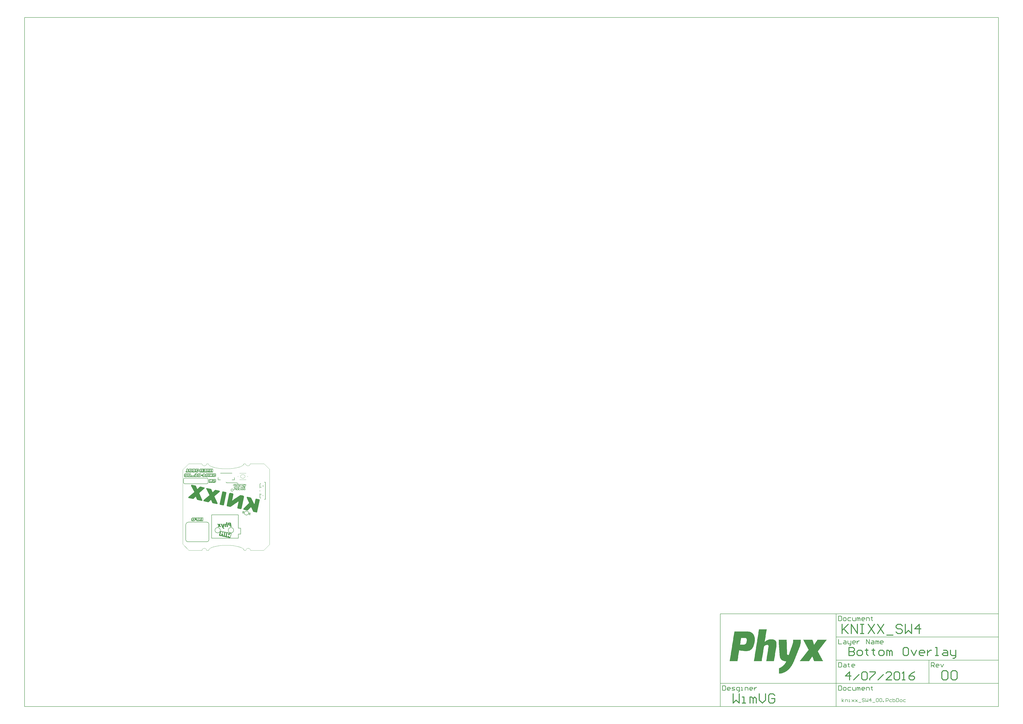
<source format=gbo>
G04 Layer_Color=32896*
%FSLAX25Y25*%
%MOIN*%
G70*
G01*
G75*
%ADD10C,0.00787*%
%ADD42C,0.00591*%
%ADD43C,0.01575*%
%ADD45C,0.00984*%
%ADD46C,0.00394*%
G36*
X-8850Y-40699D02*
X-8012Y-40877D01*
X-7165Y-41057D01*
X-6319Y-41237D01*
X-6499Y-42084D01*
X-5652Y-42264D01*
X-5472Y-41417D01*
X-4653Y-41591D01*
X-3806Y-41771D01*
X-2959Y-41951D01*
X-2122Y-42129D01*
X-2302Y-42976D01*
X-2293Y-42978D01*
X-2113Y-42131D01*
X-1293Y-42305D01*
X-446Y-42485D01*
X400Y-42665D01*
X1238Y-42843D01*
X2084Y-43023D01*
X2922Y-43201D01*
X3768Y-43381D01*
X4615Y-43561D01*
X4435Y-44408D01*
X5282Y-44588D01*
X5461Y-43741D01*
X6281Y-43915D01*
X7128Y-44095D01*
X7974Y-44275D01*
X8812Y-44453D01*
X8632Y-45300D01*
X8456Y-46129D01*
X8276Y-46975D01*
X8096Y-47822D01*
X7918Y-48659D01*
X7738Y-49506D01*
X7558Y-50352D01*
X7382Y-51181D01*
X7206Y-52010D01*
X6368Y-51832D01*
X6192Y-52661D01*
X5345Y-52481D01*
X4499Y-52301D01*
X3679Y-52126D01*
X2833Y-51946D01*
X3009Y-51118D01*
X2162Y-50938D01*
X1986Y-51767D01*
X1139Y-51587D01*
X302Y-51408D01*
X-545Y-51229D01*
X-1373Y-51052D01*
X-1197Y-50224D01*
X-1206Y-50222D01*
X-1382Y-51051D01*
X-2229Y-50871D01*
X-3075Y-50691D01*
X-3895Y-50516D01*
X-4742Y-50336D01*
X-5588Y-50156D01*
X-6435Y-49977D01*
X-7255Y-49802D01*
X-8101Y-49622D01*
X-7925Y-48794D01*
X-8772Y-48614D01*
X-8948Y-49442D01*
X-9794Y-49262D01*
X-10632Y-49084D01*
X-11478Y-48904D01*
X-12307Y-48728D01*
X-12131Y-47900D01*
X-11955Y-47071D01*
X-11779Y-46242D01*
X-11599Y-45396D01*
X-11419Y-44549D01*
X-11241Y-43712D01*
X-11061Y-42865D01*
X-10881Y-42018D01*
X-10705Y-41190D01*
X-9876Y-41366D01*
X-9696Y-40519D01*
X-8850Y-40699D01*
D02*
G37*
G36*
X-5495Y26556D02*
X-5416Y26540D01*
X-5377Y26531D01*
X-945Y25594D01*
X-710Y25544D01*
X-530Y25424D01*
X-202Y25232D01*
X-39Y25033D01*
X31Y24978D01*
X23Y24938D01*
X183Y24536D01*
X226Y24158D01*
X201Y24040D01*
X216Y23914D01*
X199Y23836D01*
X191Y23796D01*
X-4016Y3911D01*
X-4185Y3496D01*
X-4378Y3168D01*
X-4537Y2997D01*
X-4632Y2935D01*
X-4995Y2766D01*
X-5373Y2723D01*
X-5530Y2756D01*
X-5656Y2742D01*
X-5735Y2758D01*
X-5774Y2767D01*
X-10206Y3704D01*
X-10582Y3866D01*
X-10870Y4050D01*
X-11042Y4209D01*
X-11104Y4304D01*
X-11227Y4494D01*
X-11272Y4667D01*
X-11355Y5054D01*
X-11322Y5210D01*
X-11336Y5336D01*
X-11319Y5415D01*
X-11311Y5454D01*
X-7104Y25340D01*
X-7055Y25575D01*
X-6935Y25754D01*
X-6742Y26083D01*
X-6544Y26245D01*
X-6488Y26316D01*
X-6449Y26307D01*
X-6259Y26431D01*
X-6085Y26476D01*
X-5738Y26567D01*
X-5495Y26556D01*
D02*
G37*
G36*
X6782Y23959D02*
X6821Y23951D01*
X10978Y23072D01*
X11135Y23038D01*
X11276Y22927D01*
X11525Y22751D01*
X11688Y22553D01*
X11758Y22497D01*
X11750Y22458D01*
X11919Y22094D01*
X11979Y21795D01*
X11968Y21551D01*
X11960Y21512D01*
X11951Y21473D01*
X9894Y11745D01*
X9861Y11588D01*
X9875Y11463D01*
X9881Y11297D01*
X9943Y11202D01*
X9982Y11194D01*
X10108Y11208D01*
X10234Y11223D01*
X10360Y11237D01*
X10407Y11268D01*
X11358Y11886D01*
X12411Y12606D01*
X13465Y13326D01*
X14519Y14045D01*
X15430Y14672D01*
X15858Y14950D01*
X16191Y15167D01*
X16476Y15352D01*
X16674Y15515D01*
X16816Y15608D01*
X16864Y15639D01*
X17624Y16134D01*
X18306Y16645D01*
X18932Y17086D01*
X19550Y17488D01*
X20081Y17868D01*
X20556Y18177D01*
X21031Y18486D01*
X21411Y18734D01*
X21752Y18989D01*
X22038Y19175D01*
X22275Y19330D01*
X22513Y19484D01*
X22750Y19639D01*
X22845Y19701D01*
X23044Y19864D01*
X23234Y19987D01*
X23511Y20134D01*
X23723Y20171D01*
X23771Y20201D01*
X24062Y20222D01*
X24353Y20242D01*
X24588Y20192D01*
X24628Y20184D01*
X24667Y20176D01*
X28707Y19321D01*
X28934Y19232D01*
X29161Y19143D01*
X29472Y18872D01*
X29604Y18722D01*
X29706Y18618D01*
X29736Y18571D01*
X29767Y18523D01*
X29883Y18294D01*
X29951Y18034D01*
X29985Y17617D01*
X29983Y17412D01*
X29997Y17286D01*
X29981Y17208D01*
X29972Y17169D01*
X25907Y-2050D01*
X25818Y-2277D01*
X25729Y-2504D01*
X25497Y-2824D01*
X25386Y-2964D01*
X25282Y-3065D01*
X25196Y-3088D01*
X25187Y-3127D01*
X24958Y-3243D01*
X24776Y-3327D01*
X24390Y-3409D01*
X24099Y-3430D01*
X24060Y-3421D01*
X24021Y-3413D01*
X19667Y-2492D01*
X19291Y-2331D01*
X19042Y-2155D01*
X18910Y-2004D01*
X18848Y-1909D01*
X18679Y-1546D01*
X18619Y-1246D01*
X18630Y-1003D01*
X18638Y-963D01*
X18646Y-924D01*
X20712Y8842D01*
X20754Y9038D01*
X20748Y9204D01*
X20756Y9243D01*
X20764Y9282D01*
X20742Y9369D01*
X20719Y9455D01*
X20641Y9472D01*
X20562Y9489D01*
X20467Y9427D01*
X20238Y9311D01*
X20009Y9196D01*
X19961Y9165D01*
X19914Y9134D01*
X18765Y8353D01*
X17703Y7594D01*
X16736Y6897D01*
X15785Y6278D01*
X14961Y5674D01*
X14192Y5140D01*
X13480Y4676D01*
X12854Y4235D01*
X12275Y3825D01*
X11800Y3516D01*
X11372Y3237D01*
X11031Y2982D01*
X10785Y2788D01*
X10595Y2664D01*
X10500Y2602D01*
X10453Y2571D01*
X9883Y2200D01*
X9399Y1852D01*
X8924Y1542D01*
X8544Y1295D01*
X8250Y1070D01*
X7965Y885D01*
X7728Y730D01*
X7537Y606D01*
X7261Y460D01*
X7118Y367D01*
X7023Y305D01*
X6810Y268D01*
X6645Y262D01*
X6519Y248D01*
X6480Y256D01*
X6236Y267D01*
X5962Y325D01*
X5726Y375D01*
X5648Y391D01*
X5609Y400D01*
X1922Y1180D01*
X1695Y1269D01*
X1468Y1358D01*
X1156Y1628D01*
X954Y1835D01*
X923Y1883D01*
X892Y1930D01*
X777Y2159D01*
X661Y2389D01*
X627Y2806D01*
X621Y2971D01*
X606Y3097D01*
X623Y3175D01*
X631Y3215D01*
X4730Y22590D01*
X4827Y22857D01*
X4908Y23044D01*
X5148Y23403D01*
X5299Y23535D01*
X5402Y23637D01*
X5450Y23667D01*
X5497Y23698D01*
X5726Y23814D01*
X5956Y23929D01*
X6373Y23964D01*
X6577Y23962D01*
X6703Y23976D01*
X6782Y23959D01*
D02*
G37*
G36*
X-18333Y46652D02*
X-17717D01*
Y46042D01*
Y45419D01*
Y44796D01*
Y44179D01*
Y43556D01*
Y42933D01*
Y42323D01*
X-18333D01*
Y41713D01*
X-18956D01*
Y41103D01*
X-23292D01*
Y41713D01*
X-23909D01*
Y41103D01*
X-26382D01*
Y41713D01*
X-27005D01*
Y41103D01*
X-29479D01*
Y41713D01*
Y42323D01*
Y42933D01*
Y43556D01*
Y44179D01*
Y44796D01*
Y45419D01*
Y46042D01*
Y46652D01*
X-28868D01*
Y47276D01*
X-26382D01*
Y46652D01*
X-25759D01*
Y47276D01*
X-23292D01*
Y46652D01*
X-22669D01*
Y47276D01*
X-18333D01*
Y46652D01*
D02*
G37*
G36*
X-47323Y64369D02*
X-46706D01*
Y63759D01*
Y63136D01*
Y62512D01*
X-47323D01*
Y61896D01*
X-46706D01*
Y61273D01*
Y60650D01*
Y60039D01*
X-47323D01*
Y59429D01*
X-47946D01*
Y58819D01*
X-52282D01*
Y59429D01*
X-52893D01*
Y60039D01*
X-52899D01*
Y59429D01*
X-53522D01*
Y58819D01*
X-57858D01*
Y59429D01*
X-58469D01*
Y60039D01*
X-58475D01*
Y59429D01*
X-59098D01*
Y58819D01*
X-63434D01*
Y59429D01*
X-64051D01*
Y58819D01*
X-69010D01*
Y59429D01*
Y60039D01*
Y60650D01*
X-68387D01*
Y61273D01*
X-67771D01*
Y61896D01*
Y62512D01*
Y63136D01*
Y63759D01*
Y64369D01*
X-67147D01*
Y64992D01*
X-64674D01*
Y64369D01*
X-64051D01*
Y63759D01*
Y63136D01*
Y62512D01*
X-64674D01*
Y61896D01*
Y61273D01*
X-64044D01*
Y61896D01*
Y62512D01*
Y63136D01*
Y63759D01*
X-63434D01*
Y64369D01*
X-62811D01*
Y64992D01*
X-58475D01*
Y64369D01*
X-57235D01*
Y64992D01*
X-52899D01*
Y64369D01*
X-51659D01*
Y64992D01*
X-47323D01*
Y64369D01*
D02*
G37*
G36*
X-23254D02*
X-22638D01*
Y63759D01*
Y63136D01*
Y62512D01*
Y61896D01*
Y61273D01*
Y60650D01*
Y60039D01*
Y59429D01*
X-23254D01*
Y58819D01*
X-25728D01*
Y59429D01*
X-26351D01*
Y58819D01*
X-28824D01*
Y59429D01*
X-28830D01*
Y58819D01*
X-31304D01*
Y59429D01*
X-31927D01*
Y58819D01*
X-34400D01*
Y59429D01*
X-34406D01*
Y58819D01*
X-39976D01*
Y59429D01*
X-39982D01*
Y58819D01*
X-42456D01*
Y59429D01*
X-43079D01*
Y58819D01*
X-45552D01*
Y59429D01*
Y60039D01*
Y60650D01*
Y61273D01*
Y61896D01*
Y62512D01*
Y63136D01*
Y63759D01*
X-44942D01*
Y64369D01*
X-44319D01*
Y64992D01*
X-39982D01*
Y64369D01*
X-39366D01*
Y64992D01*
X-33790D01*
Y64369D01*
X-33167D01*
Y64992D01*
X-28214D01*
Y64369D01*
X-27591D01*
Y64992D01*
X-23254D01*
Y64369D01*
D02*
G37*
G36*
X-18333Y56495D02*
X-17717D01*
Y55885D01*
Y55262D01*
Y54638D01*
Y54022D01*
Y53399D01*
Y52775D01*
Y52165D01*
X-18333D01*
Y51555D01*
X-18956D01*
Y50945D01*
X-23292D01*
Y51555D01*
X-23909D01*
Y50945D01*
X-26382D01*
Y51555D01*
X-27005D01*
Y50945D01*
X-29479D01*
Y51555D01*
Y52165D01*
X-29485D01*
Y51555D01*
X-30108D01*
Y50945D01*
X-34444D01*
Y51555D01*
X-35055D01*
Y52165D01*
X-35061D01*
Y51555D01*
X-37534D01*
Y50945D01*
X-40020D01*
Y51555D01*
X-40631D01*
Y52165D01*
Y52775D01*
Y53399D01*
X-40637D01*
Y52775D01*
X-43117D01*
Y52165D01*
X-43734D01*
Y51555D01*
X-44357D01*
Y50945D01*
X-48693D01*
Y51555D01*
X-49303D01*
Y52165D01*
X-49310D01*
Y51555D01*
X-49933D01*
Y50945D01*
X-54269D01*
Y51555D01*
X-54886D01*
Y50945D01*
X-60455D01*
Y51555D01*
Y52165D01*
X-60461D01*
Y51555D01*
X-61085D01*
Y50945D01*
X-65421D01*
Y51555D01*
X-66031D01*
Y52165D01*
X-66037D01*
Y51555D01*
X-66661D01*
Y50945D01*
X-70997D01*
Y51555D01*
X-71607D01*
Y52165D01*
Y52775D01*
Y53399D01*
Y54022D01*
Y54638D01*
Y55262D01*
Y55885D01*
X-70997D01*
Y56495D01*
X-70374D01*
Y57118D01*
X-66037D01*
Y56495D01*
X-64798D01*
Y57118D01*
X-60461D01*
Y56495D01*
X-59845D01*
Y55885D01*
Y55262D01*
Y54638D01*
Y54022D01*
Y53399D01*
X-54879D01*
Y54022D01*
X-54269D01*
Y54638D01*
X-53646D01*
Y55262D01*
Y55885D01*
Y56495D01*
X-53029D01*
Y57118D01*
X-49933D01*
Y56495D01*
X-49310D01*
Y55885D01*
X-48693D01*
Y56495D01*
X-48070D01*
Y57118D01*
X-43734D01*
Y56495D01*
X-43117D01*
Y55885D01*
Y55262D01*
Y54638D01*
X-43110D01*
Y55262D01*
X-40020D01*
Y55885D01*
Y56495D01*
X-39397D01*
Y57118D01*
X-36911D01*
Y56495D01*
X-36308D01*
Y55885D01*
X-35684D01*
Y55262D01*
X-35061D01*
Y54638D01*
X-35055D01*
Y55262D01*
Y55885D01*
X-34444D01*
Y56495D01*
X-33821D01*
Y57118D01*
X-29485D01*
Y56495D01*
X-28868D01*
Y57118D01*
X-26382D01*
Y56495D01*
X-25759D01*
Y57118D01*
X-23292D01*
Y56495D01*
X-22669D01*
Y57118D01*
X-18333D01*
Y56495D01*
D02*
G37*
G36*
X-58657Y37720D02*
X-58618Y37712D01*
X-58579Y37704D01*
X-52186Y36351D01*
X-52029Y36318D01*
X-51880Y36246D01*
X-51771Y36182D01*
X-51740Y36134D01*
X-51546Y35888D01*
X-51523Y35801D01*
X-51493Y35754D01*
X-49113Y30538D01*
X-44903Y34360D01*
X-44752Y34492D01*
X-44579Y34537D01*
X-44271Y34636D01*
X-44067Y34634D01*
X-44027Y34626D01*
X-43988Y34617D01*
X-37517Y33248D01*
X-37259Y33112D01*
X-37048Y32944D01*
X-36916Y32793D01*
X-36894Y32707D01*
X-36795Y32399D01*
X-36766Y32147D01*
X-36760Y31982D01*
X-36777Y31903D01*
X-36874Y31637D01*
X-36994Y31457D01*
X-37066Y31309D01*
X-37114Y31278D01*
X-46090Y23711D01*
X-40801Y12102D01*
X-40734Y11842D01*
X-40697Y11629D01*
X-40691Y11464D01*
X-40707Y11386D01*
X-40804Y11119D01*
X-40972Y10909D01*
X-41123Y10777D01*
X-41179Y10707D01*
X-41495Y10569D01*
X-41747Y10540D01*
X-41951Y10542D01*
X-42029Y10559D01*
X-49089Y12052D01*
X-49199Y12116D01*
X-49347Y12189D01*
X-49580Y12443D01*
X-49735Y12681D01*
X-49766Y12728D01*
X-49797Y12776D01*
X-51842Y17634D01*
X-55719Y14029D01*
X-55870Y13897D01*
X-56052Y13812D01*
X-56147Y13750D01*
X-56195Y13719D01*
X-56407Y13682D01*
X-56573Y13676D01*
X-56698Y13662D01*
X-56738Y13670D01*
X-63719Y15147D01*
X-64025Y15253D01*
X-64235Y15420D01*
X-64367Y15571D01*
X-64398Y15619D01*
X-64536Y15935D01*
X-64565Y16187D01*
X-64562Y16391D01*
X-64546Y16469D01*
X-64457Y16696D01*
X-64376Y16884D01*
X-64265Y17025D01*
X-64217Y17055D01*
X-54358Y25501D01*
X-59784Y36074D01*
X-59891Y36342D01*
X-59889Y36547D01*
X-59895Y36712D01*
X-59878Y36790D01*
X-59773Y37096D01*
X-59605Y37306D01*
X-59455Y37438D01*
X-59399Y37508D01*
X-59122Y37655D01*
X-58862Y37723D01*
X-58657Y37720D01*
D02*
G37*
G36*
X40531Y16328D02*
X41001Y16229D01*
X41416Y16059D01*
X41713Y15914D01*
X41955Y15699D01*
X42126Y15540D01*
X42258Y15389D01*
X42320Y15294D01*
X42351Y15247D01*
X47634Y4581D01*
X49460Y13210D01*
X49613Y13547D01*
X49789Y13796D01*
X49940Y13928D01*
X50034Y13990D01*
X50359Y14167D01*
X50658Y14227D01*
X50902Y14216D01*
X50941Y14208D01*
X50980Y14200D01*
X55648Y13213D01*
X56032Y13090D01*
X56281Y12914D01*
X56444Y12716D01*
X56515Y12660D01*
X56652Y12344D01*
X56704Y12006D01*
X56693Y11762D01*
X56685Y11723D01*
X56677Y11684D01*
X52470Y-8202D01*
X52348Y-8586D01*
X52125Y-8867D01*
X51974Y-8998D01*
X51918Y-9069D01*
X51563Y-9198D01*
X51271Y-9219D01*
X50989Y-9200D01*
X50950Y-9192D01*
X50910Y-9183D01*
X46243Y-8196D01*
X46016Y-8107D01*
X45789Y-8018D01*
X45640Y-7946D01*
X45609Y-7898D01*
X45438Y-7739D01*
X45314Y-7549D01*
X45300Y-7423D01*
X45269Y-7375D01*
X41999Y-168D01*
X36318Y-5523D01*
X35994Y-5700D01*
X35694Y-5760D01*
X35490Y-5757D01*
X35451Y-5749D01*
X35412Y-5741D01*
X29528Y-4496D01*
X29270Y-4360D01*
X29099Y-4201D01*
X29015Y-4019D01*
X28984Y-3971D01*
X28885Y-3664D01*
X28904Y-3381D01*
X28906Y-3176D01*
X28914Y-3137D01*
X28923Y-3098D01*
X29020Y-2832D01*
X29109Y-2605D01*
X29221Y-2464D01*
X29276Y-2394D01*
X38775Y6865D01*
X34837Y15566D01*
X34685Y16008D01*
X34634Y16346D01*
X34644Y16590D01*
X34653Y16629D01*
X34661Y16669D01*
X34750Y16896D01*
X34870Y17075D01*
X35021Y17207D01*
X35155Y17261D01*
X35415Y17328D01*
X35502Y17351D01*
X40531Y16328D01*
D02*
G37*
G36*
X-3376Y-28536D02*
X-3419D01*
Y-28579D01*
Y-28621D01*
Y-28664D01*
Y-28706D01*
Y-28748D01*
Y-28791D01*
Y-28833D01*
Y-28876D01*
Y-28918D01*
Y-28961D01*
Y-29003D01*
Y-29045D01*
Y-29088D01*
Y-29130D01*
Y-29173D01*
Y-29215D01*
X-3461D01*
Y-29258D01*
Y-29300D01*
Y-29342D01*
Y-29385D01*
Y-29427D01*
Y-29470D01*
Y-29512D01*
Y-29555D01*
Y-29597D01*
Y-29640D01*
Y-29682D01*
Y-29724D01*
Y-29767D01*
Y-29809D01*
X-3504D01*
Y-29852D01*
Y-29894D01*
Y-29937D01*
Y-29979D01*
Y-30022D01*
Y-30064D01*
Y-30106D01*
Y-30149D01*
Y-30191D01*
Y-30234D01*
Y-30276D01*
Y-30318D01*
Y-30361D01*
Y-30403D01*
Y-30446D01*
Y-30488D01*
X-3546D01*
Y-30531D01*
Y-30573D01*
Y-30616D01*
Y-30658D01*
Y-30700D01*
Y-30743D01*
Y-30785D01*
Y-30828D01*
Y-30870D01*
Y-30913D01*
Y-30955D01*
Y-30997D01*
Y-31040D01*
Y-31082D01*
Y-31125D01*
Y-31167D01*
X-3589D01*
Y-31210D01*
Y-31252D01*
Y-31295D01*
Y-31337D01*
Y-31380D01*
Y-31422D01*
Y-31464D01*
Y-31507D01*
Y-31549D01*
Y-31592D01*
Y-31634D01*
Y-31677D01*
Y-31719D01*
Y-31761D01*
Y-31804D01*
X-3631D01*
Y-31846D01*
Y-31889D01*
Y-31931D01*
Y-31974D01*
Y-32016D01*
Y-32058D01*
Y-32101D01*
Y-32143D01*
Y-32186D01*
Y-32228D01*
Y-32271D01*
Y-32313D01*
Y-32355D01*
Y-32398D01*
Y-32440D01*
X-3673D01*
Y-32483D01*
Y-32525D01*
Y-32568D01*
Y-32610D01*
Y-32653D01*
Y-32695D01*
Y-32737D01*
X-3716D01*
Y-32780D01*
Y-32822D01*
Y-32865D01*
Y-32907D01*
X-3758D01*
Y-32950D01*
Y-32992D01*
Y-33035D01*
X-3801D01*
Y-33077D01*
Y-33119D01*
X-3843D01*
Y-33162D01*
Y-33204D01*
X-3886D01*
Y-33247D01*
Y-33289D01*
X-3928D01*
Y-33332D01*
X-3971D01*
Y-33374D01*
Y-33416D01*
X-4013D01*
Y-33459D01*
X-4055D01*
Y-33501D01*
X-4098D01*
Y-33544D01*
X-4140D01*
Y-33586D01*
X-4183D01*
Y-33629D01*
X-4268D01*
Y-33671D01*
X-4310D01*
Y-33713D01*
X-4395D01*
Y-33756D01*
X-4522D01*
Y-33798D01*
X-4607D01*
Y-33841D01*
X-4777D01*
Y-33883D01*
X-5074D01*
Y-33926D01*
X-5328D01*
Y-33968D01*
Y-34011D01*
X-5286D01*
Y-34053D01*
Y-34095D01*
X-5244D01*
Y-34138D01*
Y-34180D01*
X-5201D01*
Y-34223D01*
X-5159D01*
Y-34265D01*
Y-34308D01*
X-5116D01*
Y-34350D01*
Y-34392D01*
X-5074D01*
Y-34435D01*
X-5032D01*
Y-34477D01*
Y-34520D01*
X-4989D01*
Y-34562D01*
X-4947D01*
Y-34605D01*
X-4904D01*
Y-34647D01*
Y-34690D01*
X-4862D01*
Y-34732D01*
X-4819D01*
Y-34774D01*
X-4777D01*
Y-34817D01*
X-4734D01*
Y-34859D01*
X-4692D01*
Y-34902D01*
X-4650D01*
Y-34944D01*
X-4607D01*
Y-34987D01*
X-4565D01*
Y-35029D01*
X-4522D01*
Y-35072D01*
X-4480D01*
Y-35114D01*
X-4437D01*
Y-35156D01*
X-4352D01*
Y-35199D01*
X-4310D01*
Y-35241D01*
X-4268D01*
Y-35284D01*
X-4183D01*
Y-35326D01*
X-4140D01*
Y-35368D01*
X-4055D01*
Y-35411D01*
X-4013D01*
Y-35453D01*
X-3928D01*
Y-35496D01*
X-3843D01*
Y-35538D01*
X-3758D01*
Y-35581D01*
X-3673D01*
Y-35623D01*
X-3589D01*
Y-35666D01*
X-3504D01*
Y-35708D01*
Y-35750D01*
Y-35793D01*
Y-35835D01*
Y-35878D01*
Y-35920D01*
Y-35963D01*
Y-36005D01*
Y-36048D01*
Y-36090D01*
Y-36132D01*
Y-36175D01*
Y-36217D01*
Y-36260D01*
Y-36302D01*
Y-36345D01*
Y-36387D01*
Y-36430D01*
Y-36472D01*
Y-36514D01*
Y-36557D01*
Y-36599D01*
Y-36642D01*
Y-36684D01*
Y-36726D01*
Y-36769D01*
Y-36811D01*
Y-36854D01*
Y-36896D01*
Y-36939D01*
Y-36981D01*
Y-37024D01*
Y-37066D01*
X-3546D01*
Y-37024D01*
X-3843D01*
Y-36981D01*
X-4098D01*
Y-36939D01*
X-4268D01*
Y-36896D01*
X-4437D01*
Y-36854D01*
X-4565D01*
Y-36811D01*
X-4650D01*
Y-36769D01*
X-4777D01*
Y-36726D01*
X-4862D01*
Y-36684D01*
X-4947D01*
Y-36642D01*
X-5032D01*
Y-36599D01*
X-5116D01*
Y-36557D01*
X-5201D01*
Y-36514D01*
X-5244D01*
Y-36472D01*
X-5328D01*
Y-36430D01*
X-5371D01*
Y-36387D01*
X-5456D01*
Y-36345D01*
X-5498D01*
Y-36302D01*
X-5583D01*
Y-36260D01*
X-5626D01*
Y-36217D01*
X-5668D01*
Y-36175D01*
X-5711D01*
Y-36132D01*
X-5753D01*
Y-36090D01*
X-5838D01*
Y-36048D01*
X-5880D01*
Y-36005D01*
X-5923D01*
Y-35963D01*
X-5965D01*
Y-35920D01*
X-6007D01*
Y-35878D01*
X-6050D01*
Y-35835D01*
X-6092D01*
Y-35793D01*
X-6135D01*
Y-35750D01*
Y-35708D01*
X-6177D01*
Y-35666D01*
X-6220D01*
Y-35623D01*
X-6262D01*
Y-35581D01*
X-6305D01*
Y-35538D01*
X-6347D01*
Y-35496D01*
Y-35453D01*
X-6390D01*
Y-35411D01*
X-6432D01*
Y-35368D01*
X-6474D01*
Y-35326D01*
Y-35284D01*
X-6517D01*
Y-35241D01*
X-6559D01*
Y-35199D01*
Y-35156D01*
X-6602D01*
Y-35114D01*
X-6644D01*
Y-35072D01*
X-6686D01*
Y-35029D01*
Y-34987D01*
X-6729D01*
Y-34944D01*
Y-34902D01*
X-6771D01*
Y-34859D01*
X-6814D01*
Y-34817D01*
Y-34774D01*
X-6856D01*
Y-34732D01*
Y-34690D01*
X-6899D01*
Y-34647D01*
Y-34605D01*
X-6941D01*
Y-34562D01*
Y-34520D01*
X-6984D01*
Y-34477D01*
X-7026D01*
Y-34435D01*
Y-34392D01*
Y-34350D01*
X-7068D01*
Y-34308D01*
X-7111D01*
Y-34265D01*
Y-34223D01*
Y-34180D01*
X-7153D01*
Y-34138D01*
Y-34095D01*
X-7196D01*
Y-34053D01*
Y-34011D01*
X-7238D01*
Y-33968D01*
Y-33926D01*
X-7281D01*
Y-33883D01*
Y-33841D01*
Y-33798D01*
X-7323D01*
Y-33756D01*
Y-33713D01*
X-7366D01*
Y-33671D01*
Y-33629D01*
Y-33586D01*
X-7408D01*
Y-33544D01*
Y-33501D01*
X-7450D01*
Y-33459D01*
Y-33416D01*
Y-33374D01*
X-7493D01*
Y-33332D01*
Y-33289D01*
X-7535D01*
Y-33247D01*
Y-33204D01*
Y-33162D01*
X-7578D01*
Y-33119D01*
Y-33077D01*
X-7620D01*
Y-33035D01*
Y-32992D01*
Y-32950D01*
X-7663D01*
Y-32907D01*
Y-32865D01*
X-7705D01*
Y-32822D01*
Y-32780D01*
Y-32737D01*
X-7747D01*
Y-32695D01*
Y-32653D01*
X-7790D01*
Y-32610D01*
Y-32568D01*
Y-32525D01*
X-7832D01*
Y-32483D01*
Y-32440D01*
X-7875D01*
Y-32398D01*
Y-32355D01*
Y-32313D01*
X-7917D01*
Y-32271D01*
Y-32228D01*
X-7960D01*
Y-32186D01*
Y-32143D01*
Y-32101D01*
X-8002D01*
Y-32058D01*
Y-32016D01*
X-8044D01*
Y-31974D01*
Y-31931D01*
Y-31889D01*
X-8087D01*
Y-31846D01*
Y-31804D01*
X-8129D01*
Y-31761D01*
Y-31719D01*
Y-31677D01*
X-8172D01*
Y-31634D01*
Y-31592D01*
X-8214D01*
Y-31549D01*
Y-31507D01*
Y-31464D01*
X-8257D01*
Y-31422D01*
Y-31380D01*
X-8299D01*
Y-31337D01*
Y-31295D01*
Y-31252D01*
X-8342D01*
Y-31210D01*
Y-31167D01*
X-8384D01*
Y-31125D01*
Y-31082D01*
Y-31040D01*
X-8426D01*
Y-30997D01*
Y-30955D01*
X-8469D01*
Y-30913D01*
Y-30870D01*
Y-30828D01*
X-8511D01*
Y-30785D01*
Y-30743D01*
X-8554D01*
Y-30700D01*
Y-30658D01*
Y-30616D01*
X-8596D01*
Y-30573D01*
Y-30531D01*
X-8639D01*
Y-30488D01*
Y-30446D01*
X-8681D01*
Y-30403D01*
Y-30361D01*
Y-30318D01*
X-8724D01*
Y-30276D01*
Y-30234D01*
Y-30191D01*
X-8766D01*
Y-30149D01*
Y-30106D01*
Y-30064D01*
X-8808D01*
Y-30022D01*
Y-29979D01*
Y-29937D01*
X-8851D01*
Y-29894D01*
Y-29852D01*
Y-29809D01*
Y-29767D01*
X-8893D01*
Y-29724D01*
Y-29682D01*
Y-29640D01*
Y-29597D01*
X-8936D01*
Y-29555D01*
Y-29512D01*
Y-29470D01*
Y-29427D01*
Y-29385D01*
X-8978D01*
Y-29342D01*
Y-29300D01*
Y-29258D01*
Y-29215D01*
Y-29173D01*
Y-29130D01*
Y-29088D01*
Y-29045D01*
Y-29003D01*
Y-28961D01*
Y-28918D01*
Y-28876D01*
Y-28833D01*
Y-28791D01*
Y-28748D01*
Y-28706D01*
Y-28664D01*
Y-28621D01*
Y-28579D01*
Y-28536D01*
Y-28494D01*
X-7068D01*
Y-28536D01*
Y-28579D01*
Y-28621D01*
Y-28664D01*
Y-28706D01*
Y-28748D01*
Y-28791D01*
Y-28833D01*
Y-28876D01*
Y-28918D01*
X-7026D01*
Y-28961D01*
Y-29003D01*
Y-29045D01*
Y-29088D01*
Y-29130D01*
Y-29173D01*
X-6984D01*
Y-29215D01*
Y-29258D01*
Y-29300D01*
Y-29342D01*
Y-29385D01*
X-6941D01*
Y-29427D01*
Y-29470D01*
Y-29512D01*
Y-29555D01*
X-6899D01*
Y-29597D01*
Y-29640D01*
Y-29682D01*
Y-29724D01*
X-6856D01*
Y-29767D01*
Y-29809D01*
Y-29852D01*
X-6814D01*
Y-29894D01*
Y-29937D01*
Y-29979D01*
X-6771D01*
Y-30022D01*
Y-30064D01*
Y-30106D01*
X-6729D01*
Y-30149D01*
Y-30191D01*
X-6686D01*
Y-30234D01*
Y-30276D01*
Y-30318D01*
X-6644D01*
Y-30361D01*
Y-30403D01*
Y-30446D01*
X-6602D01*
Y-30488D01*
Y-30531D01*
Y-30573D01*
X-6559D01*
Y-30616D01*
Y-30658D01*
X-6517D01*
Y-30700D01*
Y-30743D01*
Y-30785D01*
X-6474D01*
Y-30828D01*
Y-30870D01*
Y-30913D01*
X-6432D01*
Y-30955D01*
Y-30997D01*
Y-31040D01*
X-6390D01*
Y-31082D01*
Y-31125D01*
X-6347D01*
Y-31167D01*
Y-31210D01*
Y-31252D01*
X-6305D01*
Y-31295D01*
Y-31337D01*
Y-31380D01*
X-6262D01*
Y-31422D01*
Y-31464D01*
Y-31507D01*
X-6220D01*
Y-31549D01*
Y-31592D01*
X-6177D01*
Y-31634D01*
Y-31677D01*
Y-31719D01*
X-6135D01*
Y-31761D01*
Y-31804D01*
Y-31846D01*
X-6092D01*
Y-31889D01*
Y-31931D01*
Y-31974D01*
X-6050D01*
Y-32016D01*
Y-32058D01*
Y-32101D01*
X-6007D01*
Y-32143D01*
Y-32186D01*
X-5965D01*
Y-32228D01*
Y-32271D01*
Y-32313D01*
X-5923D01*
Y-32355D01*
X-5795D01*
Y-32313D01*
X-5668D01*
Y-32271D01*
X-5626D01*
Y-32228D01*
X-5583D01*
Y-32186D01*
X-5541D01*
Y-32143D01*
Y-32101D01*
Y-32058D01*
X-5498D01*
Y-32016D01*
Y-31974D01*
Y-31931D01*
Y-31889D01*
Y-31846D01*
Y-31804D01*
Y-31761D01*
Y-31719D01*
Y-31677D01*
Y-31634D01*
Y-31592D01*
Y-31549D01*
Y-31507D01*
Y-31464D01*
Y-31422D01*
Y-31380D01*
Y-31337D01*
Y-31295D01*
Y-31252D01*
Y-31210D01*
Y-31167D01*
Y-31125D01*
Y-31082D01*
Y-31040D01*
Y-30997D01*
Y-30955D01*
X-5456D01*
Y-30913D01*
Y-30870D01*
X-5498D01*
Y-30828D01*
X-5456D01*
Y-30785D01*
Y-30743D01*
Y-30700D01*
Y-30658D01*
Y-30616D01*
Y-30573D01*
Y-30531D01*
Y-30488D01*
Y-30446D01*
Y-30403D01*
Y-30361D01*
Y-30318D01*
Y-30276D01*
Y-30234D01*
Y-30191D01*
Y-30149D01*
Y-30106D01*
Y-30064D01*
Y-30022D01*
Y-29979D01*
Y-29937D01*
Y-29894D01*
Y-29852D01*
Y-29809D01*
Y-29767D01*
Y-29724D01*
Y-29682D01*
Y-29640D01*
Y-29597D01*
Y-29555D01*
Y-29512D01*
Y-29470D01*
Y-29427D01*
Y-29385D01*
Y-29342D01*
Y-29300D01*
Y-29258D01*
Y-29215D01*
Y-29173D01*
Y-29130D01*
Y-29088D01*
X-5413D01*
Y-29045D01*
Y-29003D01*
Y-28961D01*
Y-28918D01*
Y-28876D01*
Y-28833D01*
Y-28791D01*
Y-28748D01*
Y-28706D01*
Y-28664D01*
Y-28621D01*
Y-28579D01*
Y-28536D01*
Y-28494D01*
X-3376D01*
Y-28536D01*
D02*
G37*
G36*
X-9572D02*
X-9615D01*
Y-28579D01*
Y-28621D01*
X-9657D01*
Y-28664D01*
X-9700D01*
Y-28706D01*
Y-28748D01*
X-9742D01*
Y-28791D01*
Y-28833D01*
X-9784D01*
Y-28876D01*
Y-28918D01*
X-9827D01*
Y-28961D01*
Y-29003D01*
X-9869D01*
Y-29045D01*
Y-29088D01*
X-9912D01*
Y-29130D01*
Y-29173D01*
X-9954D01*
Y-29215D01*
X-9997D01*
Y-29258D01*
Y-29300D01*
X-10039D01*
Y-29342D01*
Y-29385D01*
X-10081D01*
Y-29427D01*
Y-29470D01*
X-10124D01*
Y-29512D01*
Y-29555D01*
X-10166D01*
Y-29597D01*
Y-29640D01*
X-10209D01*
Y-29682D01*
Y-29724D01*
X-10251D01*
Y-29767D01*
Y-29809D01*
X-10294D01*
Y-29852D01*
X-10336D01*
Y-29894D01*
Y-29937D01*
X-10379D01*
Y-29979D01*
Y-30022D01*
X-10421D01*
Y-30064D01*
Y-30106D01*
X-10463D01*
Y-30149D01*
Y-30191D01*
X-10506D01*
Y-30234D01*
Y-30276D01*
X-10548D01*
Y-30318D01*
Y-30361D01*
X-10591D01*
Y-30403D01*
X-10633D01*
Y-30446D01*
Y-30488D01*
X-10676D01*
Y-30531D01*
Y-30573D01*
X-10718D01*
Y-30616D01*
Y-30658D01*
X-10761D01*
Y-30700D01*
Y-30743D01*
X-10803D01*
Y-30785D01*
Y-30828D01*
X-10845D01*
Y-30870D01*
Y-30913D01*
X-10888D01*
Y-30955D01*
X-10930D01*
Y-30997D01*
Y-31040D01*
Y-31082D01*
X-10888D01*
Y-31125D01*
Y-31167D01*
X-10845D01*
Y-31210D01*
X-10803D01*
Y-31252D01*
X-10761D01*
Y-31295D01*
X-10718D01*
Y-31337D01*
Y-31380D01*
X-10676D01*
Y-31422D01*
X-10633D01*
Y-31464D01*
X-10591D01*
Y-31507D01*
Y-31549D01*
X-10548D01*
Y-31592D01*
X-10506D01*
Y-31634D01*
X-10463D01*
Y-31677D01*
X-10421D01*
Y-31719D01*
Y-31761D01*
X-10379D01*
Y-31804D01*
X-10336D01*
Y-31846D01*
X-10294D01*
Y-31889D01*
X-10251D01*
Y-31931D01*
Y-31974D01*
X-10209D01*
Y-32016D01*
X-10166D01*
Y-32058D01*
X-10124D01*
Y-32101D01*
Y-32143D01*
X-10081D01*
Y-32186D01*
X-10039D01*
Y-32228D01*
X-9997D01*
Y-32271D01*
X-9954D01*
Y-32313D01*
Y-32355D01*
X-9912D01*
Y-32398D01*
X-9869D01*
Y-32440D01*
X-9827D01*
Y-32483D01*
Y-32525D01*
X-9784D01*
Y-32568D01*
X-9742D01*
Y-32610D01*
X-9700D01*
Y-32653D01*
X-9657D01*
Y-32695D01*
Y-32737D01*
X-9615D01*
Y-32780D01*
X-9572D01*
Y-32822D01*
X-9530D01*
Y-32865D01*
Y-32907D01*
X-9487D01*
Y-32950D01*
X-9445D01*
Y-32992D01*
X-9403D01*
Y-33035D01*
X-9360D01*
Y-33077D01*
Y-33119D01*
X-9318D01*
Y-33162D01*
X-9275D01*
Y-33204D01*
X-9233D01*
Y-33247D01*
X-9190D01*
Y-33289D01*
Y-33332D01*
X-9148D01*
Y-33374D01*
X-9105D01*
Y-33416D01*
X-9063D01*
Y-33459D01*
Y-33501D01*
X-9020D01*
Y-33544D01*
X-8978D01*
Y-33586D01*
X-8936D01*
Y-33629D01*
X-8893D01*
Y-33671D01*
Y-33713D01*
X-8851D01*
Y-33756D01*
X-8808D01*
Y-33798D01*
X-8766D01*
Y-33841D01*
X-8724D01*
Y-33883D01*
X-11100D01*
Y-33841D01*
Y-33798D01*
X-11142D01*
Y-33756D01*
X-11185D01*
Y-33713D01*
Y-33671D01*
X-11227D01*
Y-33629D01*
X-11270D01*
Y-33586D01*
Y-33544D01*
X-11312D01*
Y-33501D01*
X-11355D01*
Y-33459D01*
Y-33416D01*
X-11397D01*
Y-33374D01*
X-11440D01*
Y-33332D01*
Y-33289D01*
X-11482D01*
Y-33247D01*
X-11524D01*
Y-33204D01*
X-11567D01*
Y-33162D01*
Y-33119D01*
X-11609D01*
Y-33077D01*
X-11652D01*
Y-33035D01*
Y-32992D01*
X-11694D01*
Y-32950D01*
X-11737D01*
Y-32907D01*
Y-32865D01*
X-11779D01*
Y-32822D01*
X-11821D01*
Y-32780D01*
Y-32737D01*
X-11906D01*
Y-32780D01*
X-11949D01*
Y-32822D01*
Y-32865D01*
Y-32907D01*
X-11991D01*
Y-32950D01*
Y-32992D01*
Y-33035D01*
X-12034D01*
Y-33077D01*
Y-33119D01*
Y-33162D01*
X-12076D01*
Y-33204D01*
Y-33247D01*
X-12118D01*
Y-33289D01*
Y-33332D01*
Y-33374D01*
X-12161D01*
Y-33416D01*
Y-33459D01*
Y-33501D01*
X-12203D01*
Y-33544D01*
Y-33586D01*
X-12246D01*
Y-33629D01*
Y-33671D01*
Y-33713D01*
X-12288D01*
Y-33756D01*
Y-33798D01*
Y-33841D01*
X-12331D01*
Y-33883D01*
X-14580D01*
Y-33841D01*
X-14537D01*
Y-33798D01*
Y-33756D01*
X-14495D01*
Y-33713D01*
Y-33671D01*
X-14453D01*
Y-33629D01*
X-14410D01*
Y-33586D01*
Y-33544D01*
X-14368D01*
Y-33501D01*
Y-33459D01*
X-14325D01*
Y-33416D01*
Y-33374D01*
X-14283D01*
Y-33332D01*
Y-33289D01*
X-14240D01*
Y-33247D01*
Y-33204D01*
X-14198D01*
Y-33162D01*
Y-33119D01*
X-14155D01*
Y-33077D01*
Y-33035D01*
X-14113D01*
Y-32992D01*
X-14071D01*
Y-32950D01*
Y-32907D01*
X-14028D01*
Y-32865D01*
Y-32822D01*
X-13986D01*
Y-32780D01*
Y-32737D01*
X-13943D01*
Y-32695D01*
Y-32653D01*
X-13901D01*
Y-32610D01*
Y-32568D01*
X-13858D01*
Y-32525D01*
Y-32483D01*
X-13816D01*
Y-32440D01*
Y-32398D01*
X-13773D01*
Y-32355D01*
X-13731D01*
Y-32313D01*
Y-32271D01*
X-13689D01*
Y-32228D01*
Y-32186D01*
X-13646D01*
Y-32143D01*
Y-32101D01*
X-13604D01*
Y-32058D01*
Y-32016D01*
X-13561D01*
Y-31974D01*
Y-31931D01*
X-13519D01*
Y-31889D01*
Y-31846D01*
X-13476D01*
Y-31804D01*
Y-31761D01*
X-13434D01*
Y-31719D01*
Y-31677D01*
X-13392D01*
Y-31634D01*
X-13349D01*
Y-31592D01*
Y-31549D01*
X-13307D01*
Y-31507D01*
Y-31464D01*
X-13264D01*
Y-31422D01*
Y-31380D01*
X-13307D01*
Y-31337D01*
X-13349D01*
Y-31295D01*
X-13392D01*
Y-31252D01*
X-13434D01*
Y-31210D01*
Y-31167D01*
X-13476D01*
Y-31125D01*
X-13519D01*
Y-31082D01*
X-13561D01*
Y-31040D01*
Y-30997D01*
X-13604D01*
Y-30955D01*
X-13646D01*
Y-30913D01*
X-13689D01*
Y-30870D01*
X-13731D01*
Y-30828D01*
Y-30785D01*
X-13773D01*
Y-30743D01*
X-13816D01*
Y-30700D01*
X-13858D01*
Y-30658D01*
Y-30616D01*
X-13901D01*
Y-30573D01*
X-13943D01*
Y-30531D01*
X-13986D01*
Y-30488D01*
Y-30446D01*
X-14028D01*
Y-30403D01*
X-14071D01*
Y-30361D01*
X-14113D01*
Y-30318D01*
X-14155D01*
Y-30276D01*
Y-30234D01*
X-14198D01*
Y-30191D01*
X-14240D01*
Y-30149D01*
X-14283D01*
Y-30106D01*
Y-30064D01*
X-14325D01*
Y-30022D01*
X-14368D01*
Y-29979D01*
X-14410D01*
Y-29937D01*
Y-29894D01*
X-14453D01*
Y-29852D01*
X-14495D01*
Y-29809D01*
X-14537D01*
Y-29767D01*
X-14580D01*
Y-29724D01*
Y-29682D01*
X-14622D01*
Y-29640D01*
X-14665D01*
Y-29597D01*
X-14707D01*
Y-29555D01*
Y-29512D01*
X-14750D01*
Y-29470D01*
X-14792D01*
Y-29427D01*
X-14834D01*
Y-29385D01*
Y-29342D01*
X-14877D01*
Y-29300D01*
X-14919D01*
Y-29258D01*
X-14962D01*
Y-29215D01*
X-15004D01*
Y-29173D01*
Y-29130D01*
X-15047D01*
Y-29088D01*
X-15089D01*
Y-29045D01*
X-15132D01*
Y-29003D01*
Y-28961D01*
X-15174D01*
Y-28918D01*
X-15216D01*
Y-28876D01*
X-15259D01*
Y-28833D01*
X-15301D01*
Y-28791D01*
Y-28748D01*
X-15344D01*
Y-28706D01*
X-15386D01*
Y-28664D01*
X-15428D01*
Y-28621D01*
Y-28579D01*
X-15471D01*
Y-28536D01*
X-15513D01*
Y-28494D01*
X-13179D01*
Y-28536D01*
X-13137D01*
Y-28579D01*
Y-28621D01*
X-13094D01*
Y-28664D01*
X-13052D01*
Y-28706D01*
Y-28748D01*
X-13010D01*
Y-28791D01*
X-12967D01*
Y-28833D01*
Y-28876D01*
X-12925D01*
Y-28918D01*
X-12882D01*
Y-28961D01*
Y-29003D01*
X-12840D01*
Y-29045D01*
X-12797D01*
Y-29088D01*
Y-29130D01*
X-12755D01*
Y-29173D01*
X-12713D01*
Y-29215D01*
Y-29258D01*
X-12670D01*
Y-29300D01*
X-12628D01*
Y-29342D01*
Y-29385D01*
X-12585D01*
Y-29427D01*
X-12543D01*
Y-29470D01*
Y-29512D01*
X-12500D01*
Y-29555D01*
X-12458D01*
Y-29597D01*
Y-29640D01*
X-12415D01*
Y-29682D01*
X-12373D01*
Y-29724D01*
X-12288D01*
Y-29682D01*
Y-29640D01*
Y-29597D01*
Y-29555D01*
X-12246D01*
Y-29512D01*
Y-29470D01*
Y-29427D01*
X-12203D01*
Y-29385D01*
Y-29342D01*
Y-29300D01*
X-12161D01*
Y-29258D01*
Y-29215D01*
Y-29173D01*
X-12118D01*
Y-29130D01*
Y-29088D01*
Y-29045D01*
X-12076D01*
Y-29003D01*
Y-28961D01*
Y-28918D01*
X-12034D01*
Y-28876D01*
Y-28833D01*
Y-28791D01*
X-11991D01*
Y-28748D01*
Y-28706D01*
Y-28664D01*
X-11949D01*
Y-28621D01*
Y-28579D01*
Y-28536D01*
X-11906D01*
Y-28494D01*
X-9572D01*
Y-28536D01*
D02*
G37*
G36*
X7742Y-26457D02*
Y-26499D01*
Y-26542D01*
Y-26584D01*
Y-26627D01*
Y-26669D01*
X7784D01*
Y-26711D01*
Y-26754D01*
Y-26796D01*
Y-26839D01*
Y-26881D01*
Y-26924D01*
X7827D01*
Y-26966D01*
Y-27008D01*
Y-27051D01*
Y-27093D01*
Y-27136D01*
Y-27178D01*
Y-27221D01*
X7869D01*
Y-27263D01*
Y-27305D01*
Y-27348D01*
Y-27390D01*
Y-27433D01*
Y-27475D01*
X7912D01*
Y-27518D01*
Y-27560D01*
Y-27603D01*
Y-27645D01*
Y-27687D01*
Y-27730D01*
X7954D01*
Y-27772D01*
Y-27815D01*
Y-27857D01*
Y-27900D01*
Y-27942D01*
Y-27984D01*
Y-28027D01*
X7997D01*
Y-28069D01*
Y-28112D01*
Y-28154D01*
Y-28197D01*
Y-28239D01*
Y-28282D01*
X8039D01*
Y-28324D01*
Y-28366D01*
Y-28409D01*
Y-28451D01*
Y-28494D01*
Y-28536D01*
X8082D01*
Y-28579D01*
Y-28621D01*
Y-28664D01*
Y-28706D01*
Y-28748D01*
Y-28791D01*
Y-28833D01*
X8124D01*
Y-28876D01*
Y-28918D01*
Y-28961D01*
Y-29003D01*
Y-29045D01*
Y-29088D01*
X8166D01*
Y-29130D01*
Y-29173D01*
Y-29215D01*
Y-29258D01*
Y-29300D01*
Y-29342D01*
X8209D01*
Y-29385D01*
Y-29427D01*
Y-29470D01*
Y-29512D01*
Y-29555D01*
Y-29597D01*
X8251D01*
Y-29640D01*
Y-29682D01*
Y-29724D01*
Y-29767D01*
Y-29809D01*
Y-29852D01*
Y-29894D01*
X8294D01*
Y-29937D01*
Y-29979D01*
Y-30022D01*
Y-30064D01*
Y-30106D01*
Y-30149D01*
X8336D01*
Y-30191D01*
Y-30234D01*
Y-30276D01*
Y-30318D01*
Y-30361D01*
Y-30403D01*
X8379D01*
Y-30446D01*
Y-30488D01*
Y-30531D01*
Y-30573D01*
Y-30616D01*
Y-30658D01*
Y-30700D01*
X8421D01*
Y-30743D01*
Y-30785D01*
Y-30828D01*
Y-30870D01*
Y-30913D01*
Y-30955D01*
X8463D01*
Y-30997D01*
Y-31040D01*
Y-31082D01*
Y-31125D01*
Y-31167D01*
Y-31210D01*
X8506D01*
Y-31252D01*
Y-31295D01*
Y-31337D01*
Y-31380D01*
Y-31422D01*
Y-31464D01*
X8548D01*
Y-31507D01*
Y-31549D01*
Y-31592D01*
Y-31634D01*
Y-31677D01*
Y-31719D01*
Y-31761D01*
X8591D01*
Y-31804D01*
Y-31846D01*
Y-31889D01*
Y-31931D01*
Y-31974D01*
Y-32016D01*
X8633D01*
Y-32058D01*
Y-32101D01*
Y-32143D01*
Y-32186D01*
Y-32228D01*
Y-32271D01*
X8676D01*
Y-32313D01*
Y-32355D01*
Y-32398D01*
Y-32440D01*
Y-32483D01*
Y-32525D01*
X8718D01*
Y-32568D01*
Y-32610D01*
Y-32653D01*
Y-32695D01*
Y-32737D01*
Y-32780D01*
Y-32822D01*
X8761D01*
Y-32865D01*
Y-32907D01*
Y-32950D01*
Y-32992D01*
Y-33035D01*
Y-33077D01*
X8803D01*
Y-33119D01*
Y-33162D01*
Y-33204D01*
Y-33247D01*
Y-33289D01*
Y-33332D01*
X8845D01*
Y-33374D01*
Y-33416D01*
Y-33459D01*
Y-33501D01*
Y-33544D01*
Y-33586D01*
Y-33629D01*
X8888D01*
Y-33671D01*
Y-33713D01*
Y-33756D01*
Y-33798D01*
Y-33841D01*
X8930D01*
Y-33883D01*
X6936D01*
Y-33841D01*
Y-33798D01*
Y-33756D01*
Y-33713D01*
Y-33671D01*
Y-33629D01*
Y-33586D01*
X6893D01*
Y-33544D01*
Y-33501D01*
Y-33459D01*
Y-33416D01*
Y-33374D01*
Y-33332D01*
X6851D01*
Y-33289D01*
Y-33247D01*
Y-33204D01*
Y-33162D01*
Y-33119D01*
Y-33077D01*
X6808D01*
Y-33035D01*
Y-32992D01*
Y-32950D01*
Y-32907D01*
Y-32865D01*
Y-32822D01*
Y-32780D01*
X6766D01*
Y-32737D01*
Y-32695D01*
Y-32653D01*
Y-32610D01*
Y-32568D01*
Y-32525D01*
X6724D01*
Y-32483D01*
Y-32440D01*
Y-32398D01*
Y-32355D01*
Y-32313D01*
Y-32271D01*
X6681D01*
Y-32228D01*
Y-32186D01*
Y-32143D01*
Y-32101D01*
Y-32058D01*
Y-32016D01*
Y-31974D01*
X6639D01*
Y-31931D01*
Y-31889D01*
Y-31846D01*
Y-31804D01*
Y-31761D01*
Y-31719D01*
X6596D01*
Y-31677D01*
Y-31634D01*
Y-31592D01*
Y-31549D01*
Y-31507D01*
Y-31464D01*
X6554D01*
Y-31422D01*
Y-31380D01*
Y-31337D01*
Y-31295D01*
Y-31252D01*
Y-31210D01*
Y-31167D01*
X6342D01*
Y-31210D01*
X6129D01*
Y-31252D01*
X5917D01*
Y-31295D01*
X5620D01*
Y-31337D01*
X5238D01*
Y-31380D01*
X4474D01*
Y-31337D01*
X4220D01*
Y-31295D01*
X4092D01*
Y-31252D01*
X3965D01*
Y-31210D01*
X3838D01*
Y-31167D01*
X3753D01*
Y-31125D01*
X3711D01*
Y-31082D01*
X3626D01*
Y-31040D01*
X3583D01*
Y-30997D01*
X3498D01*
Y-30955D01*
X3456D01*
Y-30913D01*
X3413D01*
Y-30870D01*
X3371D01*
Y-30828D01*
X3329D01*
Y-30785D01*
X3286D01*
Y-30743D01*
Y-30700D01*
X3244D01*
Y-30658D01*
X3201D01*
Y-30616D01*
X3159D01*
Y-30573D01*
Y-30531D01*
X3116D01*
Y-30488D01*
X3074D01*
Y-30446D01*
Y-30403D01*
X3032D01*
Y-30361D01*
Y-30318D01*
X2989D01*
Y-30276D01*
Y-30234D01*
X2947D01*
Y-30191D01*
Y-30149D01*
Y-30106D01*
X2904D01*
Y-30064D01*
Y-30022D01*
X2862D01*
Y-29979D01*
Y-29937D01*
Y-29894D01*
X2819D01*
Y-29852D01*
Y-29809D01*
Y-29767D01*
Y-29724D01*
X2777D01*
Y-29682D01*
Y-29640D01*
Y-29597D01*
X2734D01*
Y-29555D01*
Y-29512D01*
Y-29470D01*
Y-29427D01*
Y-29385D01*
X2692D01*
Y-29342D01*
Y-29300D01*
Y-29258D01*
Y-29215D01*
Y-29173D01*
X2650D01*
Y-29130D01*
Y-29088D01*
Y-29045D01*
Y-29003D01*
Y-28961D01*
Y-28918D01*
Y-28876D01*
X2607D01*
Y-28833D01*
Y-28791D01*
Y-28748D01*
Y-28706D01*
Y-28664D01*
Y-28621D01*
Y-28579D01*
Y-28536D01*
Y-28494D01*
Y-28451D01*
Y-28409D01*
Y-28366D01*
Y-28324D01*
Y-28282D01*
Y-28239D01*
Y-28197D01*
Y-28154D01*
Y-28112D01*
Y-28069D01*
Y-28027D01*
X2650D01*
Y-27984D01*
Y-27942D01*
Y-27900D01*
Y-27857D01*
Y-27815D01*
X2692D01*
Y-27772D01*
Y-27730D01*
Y-27687D01*
Y-27645D01*
X2734D01*
Y-27603D01*
Y-27560D01*
Y-27518D01*
X2777D01*
Y-27475D01*
Y-27433D01*
Y-27390D01*
X2819D01*
Y-27348D01*
Y-27305D01*
X2862D01*
Y-27263D01*
X2904D01*
Y-27221D01*
Y-27178D01*
X2947D01*
Y-27136D01*
X2989D01*
Y-27093D01*
Y-27051D01*
X3032D01*
Y-27008D01*
X3074D01*
Y-26966D01*
X3116D01*
Y-26924D01*
X3159D01*
Y-26881D01*
X3201D01*
Y-26839D01*
X3244D01*
Y-26796D01*
X3329D01*
Y-26754D01*
X3371D01*
Y-26711D01*
X3456D01*
Y-26669D01*
X3498D01*
Y-26627D01*
X3583D01*
Y-26584D01*
X3711D01*
Y-26542D01*
X3838D01*
Y-26499D01*
X3965D01*
Y-26457D01*
X4220D01*
Y-26414D01*
X7742D01*
Y-26457D01*
D02*
G37*
G36*
X-32888Y32269D02*
X-32849Y32261D01*
X-32810Y32252D01*
X-26417Y30900D01*
X-26260Y30867D01*
X-26111Y30795D01*
X-26002Y30730D01*
X-25971Y30683D01*
X-25777Y30437D01*
X-25754Y30350D01*
X-25724Y30303D01*
X-23344Y25087D01*
X-19134Y28909D01*
X-18983Y29041D01*
X-18810Y29086D01*
X-18502Y29185D01*
X-18298Y29183D01*
X-18259Y29174D01*
X-18219Y29166D01*
X-11748Y27797D01*
X-11490Y27661D01*
X-11279Y27493D01*
X-11147Y27342D01*
X-11125Y27255D01*
X-11026Y26948D01*
X-10997Y26696D01*
X-10991Y26531D01*
X-11008Y26452D01*
X-11105Y26186D01*
X-11225Y26006D01*
X-11297Y25858D01*
X-11345Y25827D01*
X-20322Y18260D01*
X-15033Y6651D01*
X-14965Y6391D01*
X-14928Y6178D01*
X-14922Y6013D01*
X-14938Y5934D01*
X-15036Y5668D01*
X-15203Y5458D01*
X-15354Y5326D01*
X-15410Y5256D01*
X-15726Y5118D01*
X-15978Y5089D01*
X-16182Y5091D01*
X-16261Y5108D01*
X-23321Y6601D01*
X-23430Y6665D01*
X-23578Y6738D01*
X-23811Y6992D01*
X-23966Y7230D01*
X-23997Y7277D01*
X-24028Y7325D01*
X-26074Y12183D01*
X-29950Y8578D01*
X-30101Y8445D01*
X-30283Y8361D01*
X-30378Y8299D01*
X-30426Y8268D01*
X-30638Y8231D01*
X-30804Y8225D01*
X-30930Y8211D01*
X-30969Y8219D01*
X-37950Y9696D01*
X-38256Y9802D01*
X-38466Y9969D01*
X-38598Y10120D01*
X-38629Y10167D01*
X-38767Y10484D01*
X-38796Y10735D01*
X-38794Y10940D01*
X-38777Y11018D01*
X-38688Y11245D01*
X-38607Y11433D01*
X-38496Y11573D01*
X-38448Y11604D01*
X-28589Y20050D01*
X-34015Y30623D01*
X-34122Y30891D01*
X-34120Y31095D01*
X-34126Y31261D01*
X-34110Y31339D01*
X-34004Y31645D01*
X-33836Y31855D01*
X-33686Y31987D01*
X-33630Y32057D01*
X-33353Y32204D01*
X-33093Y32271D01*
X-32888Y32269D01*
D02*
G37*
G36*
X-39370Y-18505D02*
Y-19115D01*
Y-19738D01*
Y-20361D01*
Y-20978D01*
Y-21601D01*
Y-22225D01*
Y-22835D01*
Y-23445D01*
X-39987D01*
Y-24055D01*
X-44933D01*
Y-23445D01*
X-45556D01*
Y-24055D01*
X-48029D01*
Y-23445D01*
X-48036D01*
Y-24055D01*
X-50509D01*
Y-23445D01*
Y-22835D01*
Y-22225D01*
X-52995D01*
Y-22835D01*
X-53612D01*
Y-23445D01*
X-54235D01*
Y-24055D01*
X-58571D01*
Y-23445D01*
X-59181D01*
Y-22835D01*
Y-22225D01*
Y-21601D01*
Y-20978D01*
Y-20361D01*
Y-19738D01*
Y-19115D01*
X-58571D01*
Y-18505D01*
X-57948D01*
Y-17882D01*
X-53612D01*
Y-18505D01*
X-52995D01*
Y-17882D01*
X-44933D01*
Y-18505D01*
X-44310D01*
Y-17882D01*
X-41843D01*
Y-18505D01*
X-41837D01*
Y-17882D01*
X-39370D01*
Y-18505D01*
D02*
G37*
G36*
X1546Y-25947D02*
Y-25990D01*
Y-26032D01*
X1589D01*
Y-26075D01*
Y-26117D01*
Y-26160D01*
Y-26202D01*
Y-26245D01*
Y-26287D01*
Y-26329D01*
X1631D01*
Y-26372D01*
Y-26414D01*
Y-26457D01*
Y-26499D01*
Y-26542D01*
Y-26584D01*
X1674D01*
Y-26627D01*
Y-26669D01*
Y-26711D01*
Y-26754D01*
Y-26796D01*
Y-26839D01*
X1716D01*
Y-26881D01*
Y-26924D01*
Y-26966D01*
Y-27008D01*
Y-27051D01*
Y-27093D01*
Y-27136D01*
X1758D01*
Y-27178D01*
Y-27221D01*
Y-27263D01*
Y-27305D01*
Y-27348D01*
Y-27390D01*
X1801D01*
Y-27433D01*
Y-27475D01*
Y-27518D01*
Y-27560D01*
Y-27603D01*
Y-27645D01*
X1843D01*
Y-27687D01*
Y-27730D01*
Y-27772D01*
Y-27815D01*
Y-27857D01*
Y-27900D01*
X1886D01*
Y-27942D01*
Y-27984D01*
Y-28027D01*
Y-28069D01*
Y-28112D01*
Y-28154D01*
Y-28197D01*
X1928D01*
Y-28239D01*
Y-28282D01*
Y-28324D01*
Y-28366D01*
Y-28409D01*
Y-28451D01*
X1971D01*
Y-28494D01*
Y-28536D01*
Y-28579D01*
Y-28621D01*
Y-28664D01*
Y-28706D01*
X2013D01*
Y-28748D01*
Y-28791D01*
Y-28833D01*
Y-28876D01*
Y-28918D01*
Y-28961D01*
Y-29003D01*
X2056D01*
Y-29045D01*
Y-29088D01*
Y-29130D01*
Y-29173D01*
Y-29215D01*
Y-29258D01*
X2098D01*
Y-29300D01*
Y-29342D01*
Y-29385D01*
Y-29427D01*
Y-29470D01*
Y-29512D01*
X2140D01*
Y-29555D01*
Y-29597D01*
Y-29640D01*
Y-29682D01*
Y-29724D01*
Y-29767D01*
X2183D01*
Y-29809D01*
Y-29852D01*
Y-29894D01*
Y-29937D01*
Y-29979D01*
Y-30022D01*
Y-30064D01*
X2225D01*
Y-30106D01*
Y-30149D01*
Y-30191D01*
Y-30234D01*
Y-30276D01*
Y-30318D01*
X2268D01*
Y-30361D01*
Y-30403D01*
Y-30446D01*
Y-30488D01*
Y-30531D01*
Y-30573D01*
X2310D01*
Y-30616D01*
Y-30658D01*
Y-30700D01*
Y-30743D01*
Y-30785D01*
Y-30828D01*
X2353D01*
Y-30870D01*
Y-30913D01*
Y-30955D01*
Y-30997D01*
Y-31040D01*
Y-31082D01*
Y-31125D01*
X2395D01*
Y-31167D01*
Y-31210D01*
Y-31252D01*
Y-31295D01*
Y-31337D01*
Y-31380D01*
X2437D01*
Y-31422D01*
Y-31464D01*
Y-31507D01*
Y-31549D01*
Y-31592D01*
Y-31634D01*
X2480D01*
Y-31677D01*
Y-31719D01*
Y-31761D01*
Y-31804D01*
Y-31846D01*
Y-31889D01*
Y-31931D01*
X2522D01*
Y-31974D01*
Y-32016D01*
Y-32058D01*
Y-32101D01*
Y-32143D01*
Y-32186D01*
X2565D01*
Y-32228D01*
Y-32271D01*
Y-32313D01*
Y-32355D01*
Y-32398D01*
Y-32440D01*
X2607D01*
Y-32483D01*
Y-32525D01*
Y-32568D01*
Y-32610D01*
Y-32653D01*
Y-32695D01*
X2650D01*
Y-32737D01*
Y-32780D01*
Y-32822D01*
Y-32865D01*
Y-32907D01*
Y-32950D01*
Y-32992D01*
X2692D01*
Y-33035D01*
Y-33077D01*
Y-33119D01*
Y-33162D01*
Y-33204D01*
Y-33247D01*
X2734D01*
Y-33289D01*
Y-33332D01*
Y-33374D01*
Y-33416D01*
Y-33459D01*
Y-33501D01*
X2777D01*
Y-33544D01*
Y-33586D01*
Y-33629D01*
Y-33671D01*
Y-33713D01*
Y-33756D01*
Y-33798D01*
X2819D01*
Y-33841D01*
Y-33883D01*
X867D01*
Y-33841D01*
Y-33798D01*
X825D01*
Y-33756D01*
Y-33713D01*
Y-33671D01*
Y-33629D01*
Y-33586D01*
Y-33544D01*
Y-33501D01*
X782D01*
Y-33459D01*
Y-33416D01*
Y-33374D01*
Y-33332D01*
Y-33289D01*
Y-33247D01*
X740D01*
Y-33204D01*
Y-33162D01*
Y-33119D01*
Y-33077D01*
Y-33035D01*
Y-32992D01*
X697D01*
Y-32950D01*
Y-32907D01*
Y-32865D01*
Y-32822D01*
Y-32780D01*
Y-32737D01*
X655D01*
Y-32695D01*
Y-32653D01*
Y-32610D01*
Y-32568D01*
Y-32525D01*
Y-32483D01*
Y-32440D01*
X613D01*
Y-32398D01*
Y-32355D01*
Y-32313D01*
Y-32271D01*
Y-32228D01*
Y-32186D01*
X570D01*
Y-32143D01*
Y-32101D01*
Y-32058D01*
Y-32016D01*
Y-31974D01*
Y-31931D01*
X528D01*
Y-31889D01*
Y-31846D01*
Y-31804D01*
Y-31761D01*
Y-31719D01*
Y-31677D01*
Y-31634D01*
X485D01*
Y-31592D01*
Y-31549D01*
Y-31507D01*
Y-31464D01*
Y-31422D01*
Y-31380D01*
X443D01*
Y-31337D01*
Y-31295D01*
Y-31252D01*
Y-31210D01*
Y-31167D01*
Y-31125D01*
X400D01*
Y-31082D01*
Y-31040D01*
Y-30997D01*
Y-30955D01*
Y-30913D01*
Y-30870D01*
X358D01*
Y-30828D01*
Y-30785D01*
Y-30743D01*
Y-30700D01*
Y-30658D01*
Y-30616D01*
Y-30573D01*
X316D01*
Y-30531D01*
Y-30488D01*
Y-30446D01*
Y-30403D01*
Y-30361D01*
Y-30318D01*
X273D01*
Y-30276D01*
Y-30234D01*
Y-30191D01*
X231D01*
Y-30149D01*
Y-30106D01*
X188D01*
Y-30064D01*
X146D01*
Y-30022D01*
X61D01*
Y-29979D01*
X18D01*
Y-29937D01*
X-66D01*
Y-29894D01*
X-194D01*
Y-29852D01*
X-406D01*
Y-29809D01*
X-660D01*
Y-29852D01*
X-745D01*
Y-29894D01*
X-788D01*
Y-29937D01*
X-830D01*
Y-29979D01*
Y-30022D01*
X-873D01*
Y-30064D01*
Y-30106D01*
Y-30149D01*
Y-30191D01*
Y-30234D01*
Y-30276D01*
X-830D01*
Y-30318D01*
Y-30361D01*
Y-30403D01*
Y-30446D01*
Y-30488D01*
Y-30531D01*
Y-30573D01*
X-788D01*
Y-30616D01*
Y-30658D01*
Y-30700D01*
Y-30743D01*
Y-30785D01*
Y-30828D01*
X-745D01*
Y-30870D01*
Y-30913D01*
Y-30955D01*
Y-30997D01*
Y-31040D01*
Y-31082D01*
Y-31125D01*
X-703D01*
Y-31167D01*
Y-31210D01*
Y-31252D01*
Y-31295D01*
Y-31337D01*
Y-31380D01*
X-660D01*
Y-31422D01*
Y-31464D01*
Y-31507D01*
Y-31549D01*
Y-31592D01*
Y-31634D01*
X-618D01*
Y-31677D01*
Y-31719D01*
Y-31761D01*
Y-31804D01*
Y-31846D01*
Y-31889D01*
X-576D01*
Y-31931D01*
Y-31974D01*
Y-32016D01*
Y-32058D01*
Y-32101D01*
Y-32143D01*
Y-32186D01*
X-533D01*
Y-32228D01*
Y-32271D01*
Y-32313D01*
Y-32355D01*
Y-32398D01*
Y-32440D01*
X-491D01*
Y-32483D01*
Y-32525D01*
Y-32568D01*
Y-32610D01*
Y-32653D01*
Y-32695D01*
Y-32737D01*
X-448D01*
Y-32780D01*
Y-32822D01*
Y-32865D01*
Y-32907D01*
Y-32950D01*
Y-32992D01*
X-406D01*
Y-33035D01*
Y-33077D01*
Y-33119D01*
Y-33162D01*
Y-33204D01*
Y-33247D01*
X-363D01*
Y-33289D01*
Y-33332D01*
Y-33374D01*
Y-33416D01*
Y-33459D01*
Y-33501D01*
Y-33544D01*
X-321D01*
Y-33586D01*
Y-33629D01*
Y-33671D01*
Y-33713D01*
Y-33756D01*
Y-33798D01*
X-279D01*
Y-33841D01*
Y-33883D01*
X-2231D01*
Y-33841D01*
Y-33798D01*
X-2273D01*
Y-33756D01*
Y-33713D01*
Y-33671D01*
Y-33629D01*
Y-33586D01*
Y-33544D01*
X-2316D01*
Y-33501D01*
Y-33459D01*
Y-33416D01*
Y-33374D01*
Y-33332D01*
Y-33289D01*
Y-33247D01*
X-2358D01*
Y-33204D01*
Y-33162D01*
Y-33119D01*
Y-33077D01*
Y-33035D01*
Y-32992D01*
X-2400D01*
Y-32950D01*
Y-32907D01*
Y-32865D01*
Y-32822D01*
Y-32780D01*
Y-32737D01*
X-2443D01*
Y-32695D01*
Y-32653D01*
Y-32610D01*
Y-32568D01*
Y-32525D01*
Y-32483D01*
X-2485D01*
Y-32440D01*
Y-32398D01*
Y-32355D01*
Y-32313D01*
Y-32271D01*
Y-32228D01*
Y-32186D01*
X-2528D01*
Y-32143D01*
Y-32101D01*
Y-32058D01*
Y-32016D01*
Y-31974D01*
Y-31931D01*
X-2570D01*
Y-31889D01*
Y-31846D01*
Y-31804D01*
Y-31761D01*
Y-31719D01*
Y-31677D01*
X-2613D01*
Y-31634D01*
Y-31592D01*
Y-31549D01*
Y-31507D01*
Y-31464D01*
Y-31422D01*
Y-31380D01*
X-2655D01*
Y-31337D01*
Y-31295D01*
Y-31252D01*
Y-31210D01*
Y-31167D01*
Y-31125D01*
X-2697D01*
Y-31082D01*
Y-31040D01*
Y-30997D01*
Y-30955D01*
Y-30913D01*
Y-30870D01*
X-2740D01*
Y-30828D01*
Y-30785D01*
Y-30743D01*
Y-30700D01*
Y-30658D01*
Y-30616D01*
X-2782D01*
Y-30573D01*
Y-30531D01*
Y-30488D01*
Y-30446D01*
Y-30403D01*
Y-30361D01*
Y-30318D01*
X-2825D01*
Y-30276D01*
Y-30234D01*
Y-30191D01*
Y-30149D01*
Y-30106D01*
Y-30064D01*
Y-30022D01*
X-2867D01*
Y-29979D01*
Y-29937D01*
Y-29894D01*
Y-29852D01*
Y-29809D01*
Y-29767D01*
Y-29724D01*
Y-29682D01*
Y-29640D01*
Y-29597D01*
Y-29555D01*
Y-29512D01*
Y-29470D01*
Y-29427D01*
Y-29385D01*
Y-29342D01*
Y-29300D01*
Y-29258D01*
X-2825D01*
Y-29215D01*
Y-29173D01*
Y-29130D01*
Y-29088D01*
X-2782D01*
Y-29045D01*
Y-29003D01*
Y-28961D01*
X-2740D01*
Y-28918D01*
Y-28876D01*
X-2697D01*
Y-28833D01*
Y-28791D01*
X-2655D01*
Y-28748D01*
X-2613D01*
Y-28706D01*
X-2570D01*
Y-28664D01*
X-2528D01*
Y-28621D01*
X-2443D01*
Y-28579D01*
X-2400D01*
Y-28536D01*
X-2316D01*
Y-28494D01*
X-2188D01*
Y-28451D01*
X-2018D01*
Y-28409D01*
X-1085D01*
Y-28451D01*
X-873D01*
Y-28494D01*
X-745D01*
Y-28536D01*
X-660D01*
Y-28579D01*
X-533D01*
Y-28621D01*
X-448D01*
Y-28664D01*
X-406D01*
Y-28706D01*
X-321D01*
Y-28748D01*
X-236D01*
Y-28791D01*
X-194D01*
Y-28833D01*
X-151D01*
Y-28876D01*
X-66D01*
Y-28918D01*
X-24D01*
Y-28961D01*
X18D01*
Y-29003D01*
X103D01*
Y-28961D01*
Y-28918D01*
X61D01*
Y-28876D01*
Y-28833D01*
Y-28791D01*
Y-28748D01*
Y-28706D01*
Y-28664D01*
X18D01*
Y-28621D01*
Y-28579D01*
Y-28536D01*
Y-28494D01*
Y-28451D01*
Y-28409D01*
Y-28366D01*
X-24D01*
Y-28324D01*
Y-28282D01*
Y-28239D01*
Y-28197D01*
Y-28154D01*
Y-28112D01*
X-66D01*
Y-28069D01*
Y-28027D01*
Y-27984D01*
Y-27942D01*
Y-27900D01*
Y-27857D01*
X-109D01*
Y-27815D01*
Y-27772D01*
Y-27730D01*
Y-27687D01*
Y-27645D01*
Y-27603D01*
X-151D01*
Y-27560D01*
Y-27518D01*
Y-27475D01*
Y-27433D01*
Y-27390D01*
Y-27348D01*
Y-27305D01*
X-194D01*
Y-27263D01*
Y-27221D01*
Y-27178D01*
Y-27136D01*
Y-27093D01*
Y-27051D01*
X-236D01*
Y-27008D01*
Y-26966D01*
Y-26924D01*
Y-26881D01*
Y-26839D01*
Y-26796D01*
X-279D01*
Y-26754D01*
Y-26711D01*
Y-26669D01*
Y-26627D01*
Y-26584D01*
Y-26542D01*
Y-26499D01*
X-321D01*
Y-26457D01*
Y-26414D01*
Y-26372D01*
Y-26329D01*
Y-26287D01*
Y-26245D01*
X-363D01*
Y-26202D01*
Y-26160D01*
Y-26117D01*
Y-26075D01*
Y-26032D01*
Y-25990D01*
X-406D01*
Y-25947D01*
Y-25905D01*
X1546D01*
Y-25947D01*
D02*
G37*
%LPC*%
G36*
X-40637Y54638D02*
X-42487D01*
Y54022D01*
X-40637D01*
Y54638D01*
D02*
G37*
G36*
X-23909Y56495D02*
X-25156D01*
Y55885D01*
Y55262D01*
Y54638D01*
Y54022D01*
X-25759D01*
Y54638D01*
X-26382D01*
Y54022D01*
X-27005D01*
Y54638D01*
Y55262D01*
Y55885D01*
Y56495D01*
X-28245D01*
Y55885D01*
Y55262D01*
Y54638D01*
Y54022D01*
Y53399D01*
Y52775D01*
Y52165D01*
X-27005D01*
Y52775D01*
X-26382D01*
Y53399D01*
X-25759D01*
Y52775D01*
X-25156D01*
Y52165D01*
X-23909D01*
Y52775D01*
Y53399D01*
Y54022D01*
Y54638D01*
Y55262D01*
Y55885D01*
Y56495D01*
D02*
G37*
G36*
X-18956Y46652D02*
X-22053D01*
Y46042D01*
X-22669D01*
Y45419D01*
X-21429D01*
Y46042D01*
X-19580D01*
Y45419D01*
Y44796D01*
X-22053D01*
Y44179D01*
X-22669D01*
Y43556D01*
Y42933D01*
X-22053D01*
Y42323D01*
X-18956D01*
Y42933D01*
X-18333D01*
Y43556D01*
X-19580D01*
Y42933D01*
X-21429D01*
Y43556D01*
Y44179D01*
X-18956D01*
Y44796D01*
X-18333D01*
Y45419D01*
Y46042D01*
X-18956D01*
Y46652D01*
D02*
G37*
G36*
X-59098Y64369D02*
X-62195D01*
Y63759D01*
X-62811D01*
Y63136D01*
Y62512D01*
Y61896D01*
Y61273D01*
Y60650D01*
X-62195D01*
Y60039D01*
X-59098D01*
Y60650D01*
X-58475D01*
Y61273D01*
Y61896D01*
Y62512D01*
Y63136D01*
Y63759D01*
X-59098D01*
Y64369D01*
D02*
G37*
G36*
X-65298D02*
X-66524D01*
Y63759D01*
Y63136D01*
Y62512D01*
Y61896D01*
Y61273D01*
Y60650D01*
X-67771D01*
Y60039D01*
X-64051D01*
Y60650D01*
X-65298D01*
Y61273D01*
Y61896D01*
Y62512D01*
Y63136D01*
X-64674D01*
Y63759D01*
X-65298D01*
Y64369D01*
D02*
G37*
G36*
X-23909Y46652D02*
X-25156D01*
Y46042D01*
X-25759D01*
Y45419D01*
X-26382D01*
Y44796D01*
X-27005D01*
Y45419D01*
Y46042D01*
Y46652D01*
X-28245D01*
Y46042D01*
Y45419D01*
Y44796D01*
Y44179D01*
Y43556D01*
Y42933D01*
Y42323D01*
X-27005D01*
Y42933D01*
Y43556D01*
X-26382D01*
Y44179D01*
X-25759D01*
Y44796D01*
X-25156D01*
Y44179D01*
Y43556D01*
Y42933D01*
Y42323D01*
X-23909D01*
Y42933D01*
Y43556D01*
Y44179D01*
Y44796D01*
Y45419D01*
Y46042D01*
Y46652D01*
D02*
G37*
G36*
X-54886Y52775D02*
X-59222D01*
Y52165D01*
X-54886D01*
Y52775D01*
D02*
G37*
G36*
X-50556Y56495D02*
X-52406D01*
Y55885D01*
X-51159D01*
Y55262D01*
X-50556D01*
Y54638D01*
X-53029D01*
Y54022D01*
X-53646D01*
Y53399D01*
Y52775D01*
X-53029D01*
Y52165D01*
X-49933D01*
Y52775D01*
X-49310D01*
Y53399D01*
Y54022D01*
Y54638D01*
Y55262D01*
X-49933D01*
Y55885D01*
X-50556D01*
Y56495D01*
D02*
G37*
G36*
X-66661D02*
X-69757D01*
Y55885D01*
X-70374D01*
Y55262D01*
Y54638D01*
Y54022D01*
Y53399D01*
Y52775D01*
X-69757D01*
Y52165D01*
X-66661D01*
Y52775D01*
X-66037D01*
Y53399D01*
Y54022D01*
Y54638D01*
Y55262D01*
Y55885D01*
X-66661D01*
Y56495D01*
D02*
G37*
G36*
X-61085D02*
X-64181D01*
Y55885D01*
X-64798D01*
Y55262D01*
Y54638D01*
Y54022D01*
Y53399D01*
Y52775D01*
X-64181D01*
Y52165D01*
X-61085D01*
Y52775D01*
X-60461D01*
Y53399D01*
Y54022D01*
Y54638D01*
Y55262D01*
Y55885D01*
X-61085D01*
Y56495D01*
D02*
G37*
G36*
X-30108D02*
X-33205D01*
Y55885D01*
X-33821D01*
Y55262D01*
Y54638D01*
Y54022D01*
Y53399D01*
Y52775D01*
X-33205D01*
Y52165D01*
X-30108D01*
Y52775D01*
X-29485D01*
Y53399D01*
Y54022D01*
Y54638D01*
Y55262D01*
Y55885D01*
X-30108D01*
Y56495D01*
D02*
G37*
G36*
X-18956D02*
X-22053D01*
Y55885D01*
X-22669D01*
Y55262D01*
X-21429D01*
Y55885D01*
X-19580D01*
Y55262D01*
Y54638D01*
X-22053D01*
Y54022D01*
X-22669D01*
Y53399D01*
Y52775D01*
X-22053D01*
Y52165D01*
X-18956D01*
Y52775D01*
X-18333D01*
Y53399D01*
X-19580D01*
Y52775D01*
X-21429D01*
Y53399D01*
Y54022D01*
X-18956D01*
Y54638D01*
X-18333D01*
Y55262D01*
Y55885D01*
X-18956D01*
Y56495D01*
D02*
G37*
G36*
X-44357D02*
X-47453D01*
Y55885D01*
X-48070D01*
Y55262D01*
Y54638D01*
Y54022D01*
Y53399D01*
Y52775D01*
X-47453D01*
Y52165D01*
X-44357D01*
Y52775D01*
X-43734D01*
Y53399D01*
Y54022D01*
Y54638D01*
Y55262D01*
Y55885D01*
X-44357D01*
Y56495D01*
D02*
G37*
G36*
X-37534D02*
X-38781D01*
Y55885D01*
Y55262D01*
Y54638D01*
Y54022D01*
Y53399D01*
X-39397D01*
Y52775D01*
X-38781D01*
Y52165D01*
X-37534D01*
Y52775D01*
X-35061D01*
Y53399D01*
Y54022D01*
X-35684D01*
Y54638D01*
X-36308D01*
Y55262D01*
X-36911D01*
Y55885D01*
X-37534D01*
Y56495D01*
D02*
G37*
G36*
X-53522Y64369D02*
X-56619D01*
Y63759D01*
X-57235D01*
Y63136D01*
Y62512D01*
Y61896D01*
Y61273D01*
Y60650D01*
X-56619D01*
Y60039D01*
X-53522D01*
Y60650D01*
X-52899D01*
Y61273D01*
Y61896D01*
Y62512D01*
Y63136D01*
Y63759D01*
X-53522D01*
Y64369D01*
D02*
G37*
G36*
X-54235Y-18505D02*
X-57331D01*
Y-19115D01*
X-57948D01*
Y-19738D01*
Y-20361D01*
Y-20978D01*
Y-21601D01*
Y-22225D01*
X-57331D01*
Y-22835D01*
X-54235D01*
Y-22225D01*
X-53612D01*
Y-21601D01*
Y-20978D01*
Y-20361D01*
Y-19738D01*
Y-19115D01*
X-54235D01*
Y-18505D01*
D02*
G37*
G36*
X-48036D02*
X-52372D01*
Y-19115D01*
X-49282D01*
Y-19738D01*
Y-20361D01*
X-51755D01*
Y-20978D01*
X-49282D01*
Y-21601D01*
Y-22225D01*
Y-22835D01*
X-48036D01*
Y-22225D01*
Y-21601D01*
Y-20978D01*
Y-20361D01*
Y-19738D01*
Y-19115D01*
Y-18505D01*
D02*
G37*
G36*
X-39987D02*
X-41233D01*
Y-19115D01*
Y-19738D01*
Y-20361D01*
Y-20978D01*
Y-21601D01*
Y-22225D01*
Y-22835D01*
X-39987D01*
Y-22225D01*
Y-21601D01*
Y-20978D01*
Y-20361D01*
Y-19738D01*
Y-19115D01*
Y-18505D01*
D02*
G37*
G36*
X-9030Y-41546D02*
X-9206Y-42375D01*
X-9386Y-43221D01*
X-9566Y-44068D01*
X-9743Y-44905D01*
X-9923Y-45752D01*
X-10103Y-46598D01*
X-10280Y-47427D01*
X-9442Y-47605D01*
X-8595Y-47785D01*
X-8419Y-46956D01*
X-8239Y-46110D01*
X-8059Y-45263D01*
X-7881Y-44426D01*
X-7035Y-44605D01*
X-7213Y-45443D01*
X-6366Y-45623D01*
X-6188Y-44785D01*
X-5368Y-44960D01*
X-5547Y-45797D01*
X-5726Y-46644D01*
X-5906Y-47490D01*
X-6083Y-48319D01*
X-5236Y-48499D01*
X-4389Y-48679D01*
X-4385Y-48659D01*
X-4213Y-47850D01*
X-4033Y-47004D01*
X-3853Y-46157D01*
X-3675Y-45320D01*
X-3495Y-44473D01*
X-3316Y-43626D01*
X-3139Y-42798D01*
X-3986Y-42618D01*
X-4832Y-42438D01*
X-5009Y-43267D01*
X-5828Y-43092D01*
X-6008Y-43939D01*
X-6855Y-43759D01*
X-6675Y-42913D01*
X-7521Y-42733D01*
X-7345Y-41904D01*
X-8192Y-41724D01*
X-9030Y-41546D01*
D02*
G37*
G36*
X-47946Y64369D02*
X-51043D01*
Y63759D01*
X-51659D01*
Y63136D01*
Y62512D01*
X-51043D01*
Y61896D01*
X-51659D01*
Y61273D01*
Y60650D01*
X-51043D01*
Y60039D01*
X-47946D01*
Y60650D01*
X-47323D01*
Y61273D01*
X-48570D01*
Y60650D01*
X-50419D01*
Y61273D01*
Y61896D01*
X-49173D01*
Y62512D01*
X-50419D01*
Y63136D01*
Y63759D01*
X-48570D01*
Y63136D01*
X-47323D01*
Y63759D01*
X-47946D01*
Y64369D01*
D02*
G37*
G36*
X1904Y-43870D02*
X1728Y-44699D01*
X1548Y-45545D01*
X1368Y-46392D01*
X1190Y-47229D01*
X1010Y-48076D01*
X830Y-48922D01*
X654Y-49751D01*
X1492Y-49929D01*
X2338Y-50109D01*
X2514Y-49280D01*
X3361Y-49460D01*
X3541Y-48614D01*
X4388Y-48794D01*
X4208Y-49640D01*
X5027Y-49815D01*
X4851Y-50643D01*
X5698Y-50823D01*
X6544Y-51003D01*
X6720Y-50174D01*
X6900Y-49328D01*
X7080Y-48481D01*
X7258Y-47644D01*
X7438Y-46797D01*
X7618Y-45951D01*
X7794Y-45122D01*
X6948Y-44942D01*
X6101Y-44762D01*
X5925Y-45591D01*
X5745Y-46437D01*
X5565Y-47284D01*
X5387Y-48121D01*
X4567Y-47947D01*
X4746Y-47109D01*
X3899Y-46930D01*
X3721Y-47767D01*
X2874Y-47587D01*
X3052Y-46750D01*
X3232Y-45903D01*
X3412Y-45057D01*
X3588Y-44228D01*
X2742Y-44048D01*
X1904Y-43870D01*
D02*
G37*
G36*
X-1473Y-43152D02*
X-1649Y-43981D01*
X-1829Y-44827D01*
X-2009Y-45674D01*
X-2187Y-46511D01*
X-2367Y-47358D01*
X-2547Y-48204D01*
X-2723Y-49033D01*
X-1877Y-49213D01*
X-1030Y-49393D01*
X-854Y-48564D01*
X-674Y-47718D01*
X-494Y-46871D01*
X-316Y-46034D01*
X-136Y-45187D01*
X44Y-44341D01*
X220Y-43512D01*
X-626Y-43332D01*
X-1473Y-43152D01*
D02*
G37*
G36*
X-28830Y64369D02*
X-32550D01*
Y63759D01*
X-33167D01*
Y63136D01*
Y62512D01*
X-32550D01*
Y61896D01*
X-33167D01*
Y61273D01*
Y60650D01*
Y60039D01*
X-31927D01*
Y60650D01*
Y61273D01*
Y61896D01*
X-30077D01*
Y61273D01*
Y60650D01*
Y60039D01*
X-28830D01*
Y60650D01*
Y61273D01*
Y61896D01*
Y62512D01*
Y63136D01*
Y63759D01*
Y64369D01*
D02*
G37*
G36*
X-34406D02*
X-38743D01*
Y63759D01*
X-35653D01*
Y63136D01*
Y62512D01*
X-38126D01*
Y61896D01*
X-35653D01*
Y61273D01*
Y60650D01*
X-38743D01*
Y60039D01*
X-34406D01*
Y60650D01*
Y61273D01*
Y61896D01*
Y62512D01*
Y63136D01*
Y63759D01*
Y64369D01*
D02*
G37*
G36*
X-40606D02*
X-43702D01*
Y63759D01*
X-44319D01*
Y63136D01*
Y62512D01*
Y61896D01*
Y61273D01*
Y60650D01*
Y60039D01*
X-43079D01*
Y60650D01*
Y61273D01*
X-41229D01*
Y60650D01*
Y60039D01*
X-39982D01*
Y60650D01*
Y61273D01*
Y61896D01*
Y62512D01*
Y63136D01*
Y63759D01*
X-40606D01*
Y64369D01*
D02*
G37*
G36*
X-23878D02*
X-26974D01*
Y63759D01*
X-27591D01*
Y63136D01*
Y62512D01*
Y61896D01*
Y61273D01*
Y60650D01*
Y60039D01*
X-26351D01*
Y60650D01*
Y61273D01*
X-24501D01*
Y60650D01*
Y60039D01*
X-23254D01*
Y60650D01*
Y61273D01*
Y61896D01*
Y62512D01*
Y63136D01*
Y63759D01*
X-23878D01*
Y64369D01*
D02*
G37*
G36*
X-42460Y-18505D02*
X-43706D01*
Y-19115D01*
X-44310D01*
Y-19738D01*
X-44933D01*
Y-20361D01*
X-45556D01*
Y-19738D01*
Y-19115D01*
Y-18505D01*
X-46796D01*
Y-19115D01*
Y-19738D01*
Y-20361D01*
Y-20978D01*
Y-21601D01*
Y-22225D01*
Y-22835D01*
X-45556D01*
Y-22225D01*
Y-21601D01*
X-44933D01*
Y-20978D01*
X-44310D01*
Y-20361D01*
X-43706D01*
Y-20978D01*
Y-21601D01*
Y-22225D01*
Y-22835D01*
X-42460D01*
Y-22225D01*
Y-21601D01*
Y-20978D01*
Y-20361D01*
Y-19738D01*
Y-19115D01*
Y-18505D01*
D02*
G37*
G36*
X6045Y-28069D02*
X4856D01*
Y-28112D01*
X4772D01*
Y-28154D01*
X4729D01*
Y-28197D01*
X4687D01*
Y-28239D01*
Y-28282D01*
X4644D01*
Y-28324D01*
Y-28366D01*
X4602D01*
Y-28409D01*
Y-28451D01*
Y-28494D01*
Y-28536D01*
Y-28579D01*
Y-28621D01*
Y-28664D01*
Y-28706D01*
Y-28748D01*
Y-28791D01*
Y-28833D01*
X4644D01*
Y-28876D01*
Y-28918D01*
Y-28961D01*
Y-29003D01*
Y-29045D01*
X4687D01*
Y-29088D01*
Y-29130D01*
Y-29173D01*
Y-29215D01*
X4729D01*
Y-29258D01*
Y-29300D01*
X4772D01*
Y-29342D01*
Y-29385D01*
X4814D01*
Y-29427D01*
Y-29470D01*
X4856D01*
Y-29512D01*
X4899D01*
Y-29555D01*
X4941D01*
Y-29597D01*
X4984D01*
Y-29640D01*
X5069D01*
Y-29682D01*
X5238D01*
Y-29724D01*
X6299D01*
Y-29682D01*
Y-29640D01*
Y-29597D01*
X6257D01*
Y-29555D01*
Y-29512D01*
Y-29470D01*
Y-29427D01*
Y-29385D01*
Y-29342D01*
X6214D01*
Y-29300D01*
Y-29258D01*
Y-29215D01*
Y-29173D01*
Y-29130D01*
Y-29088D01*
Y-29045D01*
X6172D01*
Y-29003D01*
Y-28961D01*
Y-28918D01*
Y-28876D01*
Y-28833D01*
Y-28791D01*
X6129D01*
Y-28748D01*
Y-28706D01*
Y-28664D01*
Y-28621D01*
Y-28579D01*
Y-28536D01*
X6087D01*
Y-28494D01*
Y-28451D01*
Y-28409D01*
Y-28366D01*
Y-28324D01*
Y-28282D01*
X6045D01*
Y-28239D01*
Y-28197D01*
Y-28154D01*
Y-28112D01*
Y-28069D01*
D02*
G37*
%LPD*%
G36*
X-24501Y63136D02*
Y62512D01*
Y61896D01*
X-26351D01*
Y62512D01*
Y63136D01*
Y63759D01*
X-24501D01*
Y63136D01*
D02*
G37*
G36*
X-41229D02*
Y62512D01*
Y61896D01*
X-43079D01*
Y62512D01*
Y63136D01*
Y63759D01*
X-41229D01*
Y63136D01*
D02*
G37*
G36*
X-54858Y-19738D02*
Y-20361D01*
Y-20978D01*
Y-21601D01*
Y-22225D01*
X-56708D01*
Y-21601D01*
Y-20978D01*
Y-20361D01*
Y-19738D01*
Y-19115D01*
X-54858D01*
Y-19738D01*
D02*
G37*
G36*
X-30077Y63136D02*
Y62512D01*
X-31927D01*
Y63136D01*
Y63759D01*
X-30077D01*
Y63136D01*
D02*
G37*
G36*
X-68511Y54022D02*
X-67887D01*
Y53399D01*
X-67284D01*
Y52775D01*
X-69134D01*
Y53399D01*
Y54022D01*
Y54638D01*
X-68511D01*
Y54022D01*
D02*
G37*
G36*
X-30732Y55262D02*
Y54638D01*
Y54022D01*
X-31335D01*
Y54638D01*
X-31958D01*
Y55262D01*
X-32581D01*
Y55885D01*
X-30732D01*
Y55262D01*
D02*
G37*
G36*
X-54145Y63136D02*
Y62512D01*
Y61896D01*
X-54749D01*
Y62512D01*
X-55372D01*
Y63136D01*
X-55995D01*
Y63759D01*
X-54145D01*
Y63136D01*
D02*
G37*
G36*
X-44980Y55262D02*
Y54638D01*
Y54022D01*
X-45583D01*
Y54638D01*
X-46207D01*
Y55262D01*
X-46830D01*
Y55885D01*
X-44980D01*
Y55262D01*
D02*
G37*
G36*
X-60948Y61896D02*
X-60325D01*
Y61273D01*
X-59721D01*
Y60650D01*
X-61571D01*
Y61273D01*
Y61896D01*
Y62512D01*
X-60948D01*
Y61896D01*
D02*
G37*
G36*
X-55372D02*
X-54749D01*
Y61273D01*
X-54145D01*
Y60650D01*
X-55995D01*
Y61273D01*
Y61896D01*
Y62512D01*
X-55372D01*
Y61896D01*
D02*
G37*
G36*
X-59721Y63136D02*
Y62512D01*
Y61896D01*
X-60325D01*
Y62512D01*
X-60948D01*
Y63136D01*
X-61571D01*
Y63759D01*
X-59721D01*
Y63136D01*
D02*
G37*
G36*
X-61708Y55262D02*
Y54638D01*
Y54022D01*
X-62311D01*
Y54638D01*
X-62935D01*
Y55262D01*
X-63558D01*
Y55885D01*
X-61708D01*
Y55262D01*
D02*
G37*
G36*
X-46207Y54022D02*
X-45583D01*
Y53399D01*
X-44980D01*
Y52775D01*
X-46830D01*
Y53399D01*
Y54022D01*
Y54638D01*
X-46207D01*
Y54022D01*
D02*
G37*
G36*
X-50556Y53399D02*
Y52775D01*
X-52406D01*
Y53399D01*
Y54022D01*
X-50556D01*
Y53399D01*
D02*
G37*
G36*
X-62935Y54022D02*
X-62311D01*
Y53399D01*
X-61708D01*
Y52775D01*
X-63558D01*
Y53399D01*
Y54022D01*
Y54638D01*
X-62935D01*
Y54022D01*
D02*
G37*
G36*
X-67284Y55262D02*
Y54638D01*
Y54022D01*
X-67887D01*
Y54638D01*
X-68511D01*
Y55262D01*
X-69134D01*
Y55885D01*
X-67284D01*
Y55262D01*
D02*
G37*
G36*
X-36911Y54022D02*
X-36308D01*
Y53399D01*
X-37534D01*
Y54022D01*
Y54638D01*
X-36911D01*
Y54022D01*
D02*
G37*
G36*
X-31958D02*
X-31335D01*
Y53399D01*
X-30732D01*
Y52775D01*
X-32581D01*
Y53399D01*
Y54022D01*
Y54638D01*
X-31958D01*
Y54022D01*
D02*
G37*
G36*
X975410Y-225449D02*
Y-225736D01*
Y-226022D01*
Y-226308D01*
Y-226595D01*
Y-226881D01*
Y-227167D01*
Y-227453D01*
Y-227740D01*
Y-228026D01*
Y-228312D01*
Y-228599D01*
Y-228885D01*
Y-229171D01*
Y-229458D01*
Y-229744D01*
Y-230030D01*
Y-230317D01*
Y-230603D01*
Y-230889D01*
Y-231176D01*
X975124D01*
Y-231462D01*
Y-231748D01*
Y-232034D01*
Y-232321D01*
Y-232607D01*
X974838D01*
Y-232893D01*
Y-233180D01*
Y-233466D01*
Y-233752D01*
X974551D01*
Y-234039D01*
Y-234325D01*
Y-234611D01*
Y-234898D01*
X974265D01*
Y-235184D01*
Y-235470D01*
Y-235757D01*
X973979D01*
Y-236043D01*
Y-236329D01*
Y-236615D01*
X973692D01*
Y-236902D01*
Y-237188D01*
Y-237474D01*
X973406D01*
Y-237761D01*
Y-238047D01*
Y-238333D01*
X973120D01*
Y-238620D01*
Y-238906D01*
X972834D01*
Y-239192D01*
Y-239479D01*
X972547D01*
Y-239765D01*
Y-240051D01*
Y-240338D01*
X972261D01*
Y-240624D01*
Y-240910D01*
X971975D01*
Y-241196D01*
Y-241483D01*
Y-241769D01*
X971688D01*
Y-242056D01*
Y-242342D01*
X971402D01*
Y-242628D01*
Y-242914D01*
Y-243201D01*
X971116D01*
Y-243487D01*
Y-243773D01*
X970829D01*
Y-244060D01*
Y-244346D01*
Y-244632D01*
X970543D01*
Y-244919D01*
Y-245205D01*
X970257D01*
Y-245491D01*
Y-245778D01*
Y-246064D01*
X969970D01*
Y-246350D01*
Y-246637D01*
X969684D01*
Y-246923D01*
Y-247209D01*
Y-247495D01*
X969398D01*
Y-247782D01*
Y-248068D01*
X969111D01*
Y-248354D01*
Y-248641D01*
Y-248927D01*
X968825D01*
Y-249213D01*
Y-249500D01*
X968539D01*
Y-249786D01*
Y-250072D01*
Y-250359D01*
X968252D01*
Y-250645D01*
Y-250931D01*
X967966D01*
Y-251218D01*
Y-251504D01*
Y-251790D01*
X967680D01*
Y-252076D01*
Y-252363D01*
X967393D01*
Y-252649D01*
Y-252935D01*
Y-253222D01*
X967107D01*
Y-253508D01*
Y-253794D01*
X966821D01*
Y-254081D01*
Y-254367D01*
Y-254653D01*
X966535D01*
Y-254940D01*
Y-255226D01*
X966248D01*
Y-255512D01*
Y-255799D01*
Y-256085D01*
X965962D01*
Y-256371D01*
Y-256657D01*
X965676D01*
Y-256944D01*
Y-257230D01*
Y-257516D01*
X965389D01*
Y-257803D01*
Y-258089D01*
X965103D01*
Y-258375D01*
Y-258662D01*
Y-258948D01*
X964817D01*
Y-259234D01*
Y-259521D01*
X964530D01*
Y-259807D01*
Y-260093D01*
Y-260380D01*
X964244D01*
Y-260666D01*
Y-260952D01*
X963958D01*
Y-261238D01*
Y-261525D01*
Y-261811D01*
X963671D01*
Y-262097D01*
Y-262384D01*
X963385D01*
Y-262670D01*
Y-262956D01*
X963099D01*
Y-263243D01*
Y-263529D01*
X962813D01*
Y-263815D01*
Y-264102D01*
Y-264388D01*
X962526D01*
Y-264674D01*
X962240D01*
Y-264961D01*
Y-265247D01*
Y-265533D01*
X961954D01*
Y-265819D01*
X961667D01*
Y-266106D01*
Y-266392D01*
X961381D01*
Y-266678D01*
Y-266965D01*
X961095D01*
Y-267251D01*
Y-267537D01*
X960808D01*
Y-267824D01*
Y-268110D01*
X960522D01*
Y-268396D01*
X960236D01*
Y-268683D01*
Y-268969D01*
X959949D01*
Y-269255D01*
Y-269542D01*
X959663D01*
Y-269828D01*
X959377D01*
Y-270114D01*
X959091D01*
Y-270400D01*
Y-270687D01*
X958804D01*
Y-270973D01*
X958518D01*
Y-271259D01*
Y-271546D01*
X958232D01*
Y-271832D01*
X957945D01*
Y-272118D01*
X957659D01*
Y-272405D01*
Y-272691D01*
X957373D01*
Y-272977D01*
X957086D01*
Y-273264D01*
X956800D01*
Y-273550D01*
X956514D01*
Y-273836D01*
X956227D01*
Y-274123D01*
Y-274409D01*
X955941D01*
Y-274695D01*
X955655D01*
Y-274981D01*
X955368D01*
Y-275268D01*
X955082D01*
Y-275554D01*
X954796D01*
Y-275840D01*
X954510D01*
Y-276127D01*
X954223D01*
Y-276413D01*
X953650D01*
Y-276699D01*
X953364D01*
Y-276986D01*
X953078D01*
Y-277272D01*
X952792D01*
Y-277558D01*
X952505D01*
Y-277845D01*
X951933D01*
Y-278131D01*
X951646D01*
Y-278417D01*
X951074D01*
Y-278703D01*
X950787D01*
Y-278990D01*
X950215D01*
Y-279276D01*
X949928D01*
Y-279562D01*
X949356D01*
Y-279849D01*
X948783D01*
Y-280135D01*
X948211D01*
Y-280421D01*
X947638D01*
Y-280708D01*
X947065D01*
Y-280994D01*
X946206D01*
Y-281280D01*
X945634D01*
Y-281567D01*
X944775D01*
Y-281853D01*
X943630D01*
Y-282139D01*
X942484D01*
Y-282426D01*
X940767D01*
Y-282712D01*
X938762D01*
Y-282998D01*
X938476D01*
Y-282712D01*
Y-282426D01*
Y-282139D01*
Y-281853D01*
Y-281567D01*
Y-281280D01*
Y-280994D01*
Y-280708D01*
Y-280421D01*
Y-280135D01*
Y-279849D01*
Y-279562D01*
Y-279276D01*
Y-278990D01*
Y-278703D01*
Y-278417D01*
Y-278131D01*
Y-277845D01*
Y-277558D01*
Y-277272D01*
Y-276986D01*
Y-276699D01*
Y-276413D01*
Y-276127D01*
Y-275840D01*
Y-275554D01*
Y-275268D01*
Y-274981D01*
Y-274695D01*
Y-274409D01*
Y-274123D01*
Y-273836D01*
Y-273550D01*
X939049D01*
Y-273264D01*
X939621D01*
Y-272977D01*
X940194D01*
Y-272691D01*
X940767D01*
Y-272405D01*
X941339D01*
Y-272118D01*
X941912D01*
Y-271832D01*
X942198D01*
Y-271546D01*
X942771D01*
Y-271259D01*
X943057D01*
Y-270973D01*
X943630D01*
Y-270687D01*
X943916D01*
Y-270400D01*
X944202D01*
Y-270114D01*
X944775D01*
Y-269828D01*
X945061D01*
Y-269542D01*
X945347D01*
Y-269255D01*
X945634D01*
Y-268969D01*
X945920D01*
Y-268683D01*
X946206D01*
Y-268396D01*
X946493D01*
Y-268110D01*
X946779D01*
Y-267824D01*
X947065D01*
Y-267537D01*
X947352D01*
Y-267251D01*
X947638D01*
Y-266965D01*
X947924D01*
Y-266678D01*
Y-266392D01*
X948211D01*
Y-266106D01*
X948497D01*
Y-265819D01*
X948783D01*
Y-265533D01*
Y-265247D01*
X949069D01*
Y-264961D01*
X949356D01*
Y-264674D01*
Y-264388D01*
X949642D01*
Y-264102D01*
Y-263815D01*
X949928D01*
Y-263529D01*
X950215D01*
Y-263243D01*
Y-262956D01*
X950501D01*
Y-262670D01*
Y-262384D01*
X950787D01*
Y-262097D01*
Y-261811D01*
X949069D01*
Y-261525D01*
X947065D01*
Y-261238D01*
X945920D01*
Y-260952D01*
X945347D01*
Y-260666D01*
X944489D01*
Y-260380D01*
X943916D01*
Y-260093D01*
X943630D01*
Y-259807D01*
X943057D01*
Y-259521D01*
X942771D01*
Y-259234D01*
X942484D01*
Y-258948D01*
X942198D01*
Y-258662D01*
X941912D01*
Y-258375D01*
X941625D01*
Y-258089D01*
Y-257803D01*
X941339D01*
Y-257516D01*
X941053D01*
Y-257230D01*
Y-256944D01*
X940767D01*
Y-256657D01*
Y-256371D01*
X940480D01*
Y-256085D01*
Y-255799D01*
X940194D01*
Y-255512D01*
Y-255226D01*
Y-254940D01*
X939907D01*
Y-254653D01*
Y-254367D01*
Y-254081D01*
Y-253794D01*
X939621D01*
Y-253508D01*
Y-253222D01*
Y-252935D01*
Y-252649D01*
Y-252363D01*
Y-252076D01*
Y-251790D01*
X939335D01*
Y-251504D01*
Y-251218D01*
Y-250931D01*
Y-250645D01*
Y-250359D01*
Y-250072D01*
Y-249786D01*
Y-249500D01*
Y-249213D01*
Y-248927D01*
Y-248641D01*
Y-248354D01*
Y-248068D01*
Y-247782D01*
Y-247495D01*
X939049D01*
Y-247209D01*
Y-246923D01*
Y-246637D01*
Y-246350D01*
Y-246064D01*
Y-245778D01*
Y-245491D01*
Y-245205D01*
Y-244919D01*
Y-244632D01*
Y-244346D01*
Y-244060D01*
Y-243773D01*
Y-243487D01*
Y-243201D01*
X938762D01*
Y-242914D01*
Y-242628D01*
Y-242342D01*
Y-242056D01*
Y-241769D01*
Y-241483D01*
Y-241196D01*
Y-240910D01*
Y-240624D01*
Y-240338D01*
Y-240051D01*
Y-239765D01*
Y-239479D01*
Y-239192D01*
Y-238906D01*
Y-238620D01*
X938476D01*
Y-238333D01*
Y-238047D01*
Y-237761D01*
Y-237474D01*
Y-237188D01*
Y-236902D01*
Y-236615D01*
Y-236329D01*
Y-236043D01*
Y-235757D01*
Y-235470D01*
Y-235184D01*
Y-234898D01*
Y-234611D01*
Y-234325D01*
Y-234039D01*
X938190D01*
Y-233752D01*
Y-233466D01*
Y-233180D01*
Y-232893D01*
Y-232607D01*
Y-232321D01*
Y-232034D01*
Y-231748D01*
Y-231462D01*
Y-231176D01*
Y-230889D01*
Y-230603D01*
Y-230317D01*
Y-230030D01*
X937903D01*
Y-229744D01*
Y-229458D01*
Y-229171D01*
Y-228885D01*
Y-228599D01*
Y-228312D01*
Y-228026D01*
Y-227740D01*
Y-227453D01*
Y-227167D01*
Y-226881D01*
Y-226595D01*
Y-226308D01*
Y-226022D01*
Y-225736D01*
Y-225449D01*
X937617D01*
Y-225163D01*
X951360D01*
Y-225449D01*
Y-225736D01*
Y-226022D01*
Y-226308D01*
Y-226595D01*
Y-226881D01*
Y-227167D01*
Y-227453D01*
Y-227740D01*
Y-228026D01*
Y-228312D01*
Y-228599D01*
Y-228885D01*
Y-229171D01*
X951646D01*
Y-229458D01*
Y-229744D01*
Y-230030D01*
Y-230317D01*
Y-230603D01*
Y-230889D01*
Y-231176D01*
Y-231462D01*
Y-231748D01*
Y-232034D01*
Y-232321D01*
Y-232607D01*
Y-232893D01*
Y-233180D01*
Y-233466D01*
Y-233752D01*
Y-234039D01*
Y-234325D01*
Y-234611D01*
Y-234898D01*
Y-235184D01*
Y-235470D01*
Y-235757D01*
Y-236043D01*
Y-236329D01*
Y-236615D01*
Y-236902D01*
Y-237188D01*
Y-237474D01*
Y-237761D01*
Y-238047D01*
Y-238333D01*
Y-238620D01*
Y-238906D01*
Y-239192D01*
Y-239479D01*
Y-239765D01*
Y-240051D01*
Y-240338D01*
Y-240624D01*
Y-240910D01*
X951933D01*
Y-241196D01*
X951646D01*
Y-241483D01*
Y-241769D01*
X951933D01*
Y-242056D01*
Y-242342D01*
Y-242628D01*
Y-242914D01*
Y-243201D01*
Y-243487D01*
Y-243773D01*
Y-244060D01*
Y-244346D01*
Y-244632D01*
Y-244919D01*
Y-245205D01*
Y-245491D01*
Y-245778D01*
Y-246064D01*
Y-246350D01*
Y-246637D01*
Y-246923D01*
Y-247209D01*
Y-247495D01*
Y-247782D01*
Y-248068D01*
Y-248354D01*
Y-248641D01*
Y-248927D01*
Y-249213D01*
X952219D01*
Y-249500D01*
Y-249786D01*
Y-250072D01*
X952505D01*
Y-250359D01*
X952792D01*
Y-250645D01*
X953078D01*
Y-250931D01*
X953937D01*
Y-251218D01*
X954796D01*
Y-250931D01*
X955082D01*
Y-250645D01*
Y-250359D01*
Y-250072D01*
X955368D01*
Y-249786D01*
Y-249500D01*
X955655D01*
Y-249213D01*
Y-248927D01*
Y-248641D01*
X955941D01*
Y-248354D01*
Y-248068D01*
Y-247782D01*
X956227D01*
Y-247495D01*
Y-247209D01*
Y-246923D01*
X956514D01*
Y-246637D01*
Y-246350D01*
Y-246064D01*
X956800D01*
Y-245778D01*
Y-245491D01*
X957086D01*
Y-245205D01*
Y-244919D01*
Y-244632D01*
X957373D01*
Y-244346D01*
Y-244060D01*
Y-243773D01*
X957659D01*
Y-243487D01*
Y-243201D01*
Y-242914D01*
X957945D01*
Y-242628D01*
Y-242342D01*
X958232D01*
Y-242056D01*
Y-241769D01*
Y-241483D01*
X958518D01*
Y-241196D01*
Y-240910D01*
Y-240624D01*
X958804D01*
Y-240338D01*
Y-240051D01*
Y-239765D01*
X959091D01*
Y-239479D01*
Y-239192D01*
X959377D01*
Y-238906D01*
Y-238620D01*
Y-238333D01*
X959663D01*
Y-238047D01*
Y-237761D01*
Y-237474D01*
X959949D01*
Y-237188D01*
Y-236902D01*
Y-236615D01*
X960236D01*
Y-236329D01*
Y-236043D01*
X960522D01*
Y-235757D01*
Y-235470D01*
Y-235184D01*
X960808D01*
Y-234898D01*
Y-234611D01*
Y-234325D01*
X961095D01*
Y-234039D01*
Y-233752D01*
Y-233466D01*
X961381D01*
Y-233180D01*
Y-232893D01*
Y-232607D01*
Y-232321D01*
X961667D01*
Y-232034D01*
Y-231748D01*
Y-231462D01*
Y-231176D01*
X961954D01*
Y-230889D01*
Y-230603D01*
Y-230317D01*
Y-230030D01*
Y-229744D01*
X962240D01*
Y-229458D01*
Y-229171D01*
Y-228885D01*
Y-228599D01*
Y-228312D01*
Y-228026D01*
X962526D01*
Y-227740D01*
Y-227453D01*
Y-227167D01*
Y-226881D01*
Y-226595D01*
Y-226308D01*
Y-226022D01*
Y-225736D01*
Y-225449D01*
Y-225163D01*
X975410D01*
Y-225449D01*
D02*
G37*
G36*
X917575Y-207984D02*
Y-208271D01*
X917289D01*
Y-208557D01*
Y-208843D01*
Y-209130D01*
Y-209416D01*
Y-209702D01*
Y-209988D01*
X917002D01*
Y-210275D01*
Y-210561D01*
Y-210847D01*
Y-211134D01*
Y-211420D01*
Y-211706D01*
X916716D01*
Y-211993D01*
Y-212279D01*
Y-212565D01*
Y-212852D01*
Y-213138D01*
Y-213424D01*
Y-213710D01*
X916430D01*
Y-213997D01*
Y-214283D01*
Y-214569D01*
Y-214856D01*
Y-215142D01*
Y-215428D01*
X916144D01*
Y-215715D01*
Y-216001D01*
Y-216287D01*
Y-216574D01*
Y-216860D01*
Y-217146D01*
X915857D01*
Y-217432D01*
Y-217719D01*
Y-218005D01*
Y-218291D01*
Y-218578D01*
Y-218864D01*
Y-219150D01*
X915571D01*
Y-219437D01*
Y-219723D01*
Y-220009D01*
Y-220296D01*
Y-220582D01*
Y-220868D01*
X915285D01*
Y-221155D01*
Y-221441D01*
Y-221727D01*
Y-222013D01*
Y-222300D01*
Y-222586D01*
X914998D01*
Y-222872D01*
Y-223159D01*
Y-223445D01*
Y-223731D01*
Y-224018D01*
Y-224304D01*
X914712D01*
Y-224590D01*
Y-224877D01*
Y-225163D01*
Y-225449D01*
Y-225736D01*
Y-226022D01*
Y-226308D01*
X914426D01*
Y-226595D01*
Y-226881D01*
Y-227167D01*
Y-227453D01*
Y-227740D01*
Y-228026D01*
X914139D01*
Y-228312D01*
Y-228599D01*
X914712D01*
Y-228312D01*
X914998D01*
Y-228026D01*
X915285D01*
Y-227740D01*
X915857D01*
Y-227453D01*
X916144D01*
Y-227167D01*
X916430D01*
Y-226881D01*
X917002D01*
Y-226595D01*
X917575D01*
Y-226308D01*
X917861D01*
Y-226022D01*
X918434D01*
Y-225736D01*
X919293D01*
Y-225449D01*
X919866D01*
Y-225163D01*
X920725D01*
Y-224877D01*
X922156D01*
Y-224590D01*
X928455D01*
Y-224877D01*
X929600D01*
Y-225163D01*
X930459D01*
Y-225449D01*
X931032D01*
Y-225736D01*
X931318D01*
Y-226022D01*
X931891D01*
Y-226308D01*
X932177D01*
Y-226595D01*
X932463D01*
Y-226881D01*
X932750D01*
Y-227167D01*
X933036D01*
Y-227453D01*
Y-227740D01*
X933322D01*
Y-228026D01*
Y-228312D01*
X933609D01*
Y-228599D01*
Y-228885D01*
Y-229171D01*
X933895D01*
Y-229458D01*
Y-229744D01*
Y-230030D01*
Y-230317D01*
X934181D01*
Y-230603D01*
Y-230889D01*
Y-231176D01*
Y-231462D01*
Y-231748D01*
Y-232034D01*
Y-232321D01*
Y-232607D01*
Y-232893D01*
Y-233180D01*
Y-233466D01*
Y-233752D01*
Y-234039D01*
Y-234325D01*
Y-234611D01*
Y-234898D01*
Y-235184D01*
Y-235470D01*
X933895D01*
Y-235757D01*
Y-236043D01*
Y-236329D01*
Y-236615D01*
Y-236902D01*
Y-237188D01*
Y-237474D01*
X933609D01*
Y-237761D01*
Y-238047D01*
Y-238333D01*
Y-238620D01*
Y-238906D01*
Y-239192D01*
Y-239479D01*
X933322D01*
Y-239765D01*
Y-240051D01*
Y-240338D01*
Y-240624D01*
Y-240910D01*
Y-241196D01*
X933036D01*
Y-241483D01*
Y-241769D01*
Y-242056D01*
Y-242342D01*
Y-242628D01*
Y-242914D01*
X932750D01*
Y-243201D01*
Y-243487D01*
Y-243773D01*
Y-244060D01*
Y-244346D01*
Y-244632D01*
X932463D01*
Y-244919D01*
Y-245205D01*
Y-245491D01*
Y-245778D01*
Y-246064D01*
Y-246350D01*
Y-246637D01*
X932177D01*
Y-246923D01*
Y-247209D01*
Y-247495D01*
Y-247782D01*
Y-248068D01*
Y-248354D01*
X931891D01*
Y-248641D01*
Y-248927D01*
Y-249213D01*
Y-249500D01*
Y-249786D01*
Y-250072D01*
X931604D01*
Y-250359D01*
Y-250645D01*
Y-250931D01*
Y-251218D01*
Y-251504D01*
Y-251790D01*
Y-252076D01*
X931318D01*
Y-252363D01*
Y-252649D01*
Y-252935D01*
Y-253222D01*
Y-253508D01*
Y-253794D01*
X931032D01*
Y-254081D01*
Y-254367D01*
Y-254653D01*
Y-254940D01*
Y-255226D01*
Y-255512D01*
X930746D01*
Y-255799D01*
Y-256085D01*
Y-256371D01*
Y-256657D01*
Y-256944D01*
Y-257230D01*
X930459D01*
Y-257516D01*
Y-257803D01*
Y-258089D01*
Y-258375D01*
Y-258662D01*
Y-258948D01*
Y-259234D01*
X930173D01*
Y-259521D01*
Y-259807D01*
Y-260093D01*
Y-260380D01*
Y-260666D01*
Y-260952D01*
X929887D01*
Y-261238D01*
Y-261525D01*
X916716D01*
Y-261238D01*
Y-260952D01*
X917002D01*
Y-260666D01*
Y-260380D01*
Y-260093D01*
Y-259807D01*
Y-259521D01*
Y-259234D01*
X917289D01*
Y-258948D01*
Y-258662D01*
Y-258375D01*
Y-258089D01*
Y-257803D01*
Y-257516D01*
Y-257230D01*
X917575D01*
Y-256944D01*
Y-256657D01*
Y-256371D01*
Y-256085D01*
Y-255799D01*
Y-255512D01*
X917861D01*
Y-255226D01*
Y-254940D01*
Y-254653D01*
Y-254367D01*
Y-254081D01*
Y-253794D01*
X918148D01*
Y-253508D01*
Y-253222D01*
Y-252935D01*
Y-252649D01*
Y-252363D01*
Y-252076D01*
Y-251790D01*
X918434D01*
Y-251504D01*
Y-251218D01*
Y-250931D01*
Y-250645D01*
Y-250359D01*
Y-250072D01*
X918720D01*
Y-249786D01*
Y-249500D01*
Y-249213D01*
Y-248927D01*
Y-248641D01*
Y-248354D01*
Y-248068D01*
X919007D01*
Y-247782D01*
Y-247495D01*
Y-247209D01*
Y-246923D01*
Y-246637D01*
Y-246350D01*
X919293D01*
Y-246064D01*
Y-245778D01*
Y-245491D01*
Y-245205D01*
Y-244919D01*
Y-244632D01*
X919579D01*
Y-244346D01*
Y-244060D01*
Y-243773D01*
Y-243487D01*
Y-243201D01*
Y-242914D01*
X919866D01*
Y-242628D01*
Y-242342D01*
Y-242056D01*
Y-241769D01*
Y-241483D01*
Y-241196D01*
Y-240910D01*
X920152D01*
Y-240624D01*
Y-240338D01*
Y-240051D01*
Y-239765D01*
Y-239479D01*
Y-239192D01*
X920438D01*
Y-238906D01*
Y-238620D01*
Y-238333D01*
Y-238047D01*
Y-237761D01*
Y-237474D01*
Y-237188D01*
X920725D01*
Y-236902D01*
Y-236615D01*
Y-236329D01*
Y-236043D01*
Y-235757D01*
Y-235470D01*
X920438D01*
Y-235184D01*
Y-234898D01*
X920152D01*
Y-234611D01*
X919866D01*
Y-234325D01*
X919293D01*
Y-234039D01*
X917575D01*
Y-234325D01*
X916144D01*
Y-234611D01*
X915285D01*
Y-234898D01*
X914712D01*
Y-235184D01*
X914426D01*
Y-235470D01*
X913853D01*
Y-235757D01*
X913567D01*
Y-236043D01*
X913280D01*
Y-236329D01*
Y-236615D01*
X912994D01*
Y-236902D01*
Y-237188D01*
Y-237474D01*
X912708D01*
Y-237761D01*
Y-238047D01*
Y-238333D01*
Y-238620D01*
Y-238906D01*
Y-239192D01*
X912422D01*
Y-239479D01*
Y-239765D01*
Y-240051D01*
Y-240338D01*
Y-240624D01*
Y-240910D01*
Y-241196D01*
X912135D01*
Y-241483D01*
Y-241769D01*
Y-242056D01*
Y-242342D01*
Y-242628D01*
Y-242914D01*
X911849D01*
Y-243201D01*
Y-243487D01*
Y-243773D01*
Y-244060D01*
Y-244346D01*
Y-244632D01*
X911563D01*
Y-244919D01*
Y-245205D01*
Y-245491D01*
Y-245778D01*
Y-246064D01*
Y-246350D01*
X911276D01*
Y-246637D01*
Y-246923D01*
Y-247209D01*
Y-247495D01*
Y-247782D01*
Y-248068D01*
Y-248354D01*
X910990D01*
Y-248641D01*
Y-248927D01*
Y-249213D01*
Y-249500D01*
Y-249786D01*
Y-250072D01*
X910704D01*
Y-250359D01*
Y-250645D01*
Y-250931D01*
Y-251218D01*
Y-251504D01*
Y-251790D01*
X910417D01*
Y-252076D01*
Y-252363D01*
Y-252649D01*
Y-252935D01*
Y-253222D01*
Y-253508D01*
Y-253794D01*
X910131D01*
Y-254081D01*
Y-254367D01*
Y-254653D01*
Y-254940D01*
Y-255226D01*
Y-255512D01*
X909845D01*
Y-255799D01*
Y-256085D01*
Y-256371D01*
Y-256657D01*
Y-256944D01*
Y-257230D01*
X909558D01*
Y-257516D01*
Y-257803D01*
Y-258089D01*
Y-258375D01*
Y-258662D01*
Y-258948D01*
X909272D01*
Y-259234D01*
Y-259521D01*
Y-259807D01*
Y-260093D01*
Y-260380D01*
Y-260666D01*
Y-260952D01*
X908986D01*
Y-261238D01*
Y-261525D01*
X895815D01*
Y-261238D01*
Y-260952D01*
X896102D01*
Y-260666D01*
Y-260380D01*
Y-260093D01*
Y-259807D01*
Y-259521D01*
Y-259234D01*
Y-258948D01*
X896388D01*
Y-258662D01*
Y-258375D01*
Y-258089D01*
Y-257803D01*
Y-257516D01*
Y-257230D01*
X896674D01*
Y-256944D01*
Y-256657D01*
Y-256371D01*
Y-256085D01*
Y-255799D01*
Y-255512D01*
X896961D01*
Y-255226D01*
Y-254940D01*
Y-254653D01*
Y-254367D01*
Y-254081D01*
Y-253794D01*
Y-253508D01*
X897247D01*
Y-253222D01*
Y-252935D01*
Y-252649D01*
Y-252363D01*
Y-252076D01*
Y-251790D01*
X897533D01*
Y-251504D01*
Y-251218D01*
Y-250931D01*
Y-250645D01*
Y-250359D01*
Y-250072D01*
X897820D01*
Y-249786D01*
Y-249500D01*
Y-249213D01*
Y-248927D01*
Y-248641D01*
Y-248354D01*
X898106D01*
Y-248068D01*
Y-247782D01*
Y-247495D01*
Y-247209D01*
Y-246923D01*
Y-246637D01*
Y-246350D01*
X898392D01*
Y-246064D01*
Y-245778D01*
Y-245491D01*
Y-245205D01*
Y-244919D01*
Y-244632D01*
X898678D01*
Y-244346D01*
Y-244060D01*
Y-243773D01*
Y-243487D01*
Y-243201D01*
Y-242914D01*
X898965D01*
Y-242628D01*
Y-242342D01*
Y-242056D01*
Y-241769D01*
Y-241483D01*
Y-241196D01*
Y-240910D01*
X899251D01*
Y-240624D01*
Y-240338D01*
Y-240051D01*
Y-239765D01*
Y-239479D01*
Y-239192D01*
X899537D01*
Y-238906D01*
Y-238620D01*
Y-238333D01*
Y-238047D01*
Y-237761D01*
Y-237474D01*
X899824D01*
Y-237188D01*
Y-236902D01*
Y-236615D01*
Y-236329D01*
Y-236043D01*
Y-235757D01*
X900110D01*
Y-235470D01*
Y-235184D01*
Y-234898D01*
Y-234611D01*
Y-234325D01*
Y-234039D01*
Y-233752D01*
X900396D01*
Y-233466D01*
Y-233180D01*
Y-232893D01*
Y-232607D01*
Y-232321D01*
Y-232034D01*
X900683D01*
Y-231748D01*
Y-231462D01*
Y-231176D01*
Y-230889D01*
Y-230603D01*
Y-230317D01*
X900969D01*
Y-230030D01*
Y-229744D01*
Y-229458D01*
Y-229171D01*
Y-228885D01*
Y-228599D01*
X901255D01*
Y-228312D01*
Y-228026D01*
Y-227740D01*
Y-227453D01*
Y-227167D01*
Y-226881D01*
Y-226595D01*
X901542D01*
Y-226308D01*
Y-226022D01*
Y-225736D01*
Y-225449D01*
Y-225163D01*
Y-224877D01*
X901828D01*
Y-224590D01*
Y-224304D01*
Y-224018D01*
Y-223731D01*
Y-223445D01*
Y-223159D01*
X902114D01*
Y-222872D01*
Y-222586D01*
Y-222300D01*
Y-222013D01*
Y-221727D01*
Y-221441D01*
Y-221155D01*
X902400D01*
Y-220868D01*
Y-220582D01*
Y-220296D01*
Y-220009D01*
Y-219723D01*
Y-219437D01*
X902687D01*
Y-219150D01*
Y-218864D01*
Y-218578D01*
Y-218291D01*
Y-218005D01*
Y-217719D01*
X902973D01*
Y-217432D01*
Y-217146D01*
Y-216860D01*
Y-216574D01*
Y-216287D01*
Y-216001D01*
X903259D01*
Y-215715D01*
Y-215428D01*
Y-215142D01*
Y-214856D01*
Y-214569D01*
Y-214283D01*
Y-213997D01*
X903546D01*
Y-213710D01*
Y-213424D01*
Y-213138D01*
Y-212852D01*
Y-212565D01*
Y-212279D01*
X903832D01*
Y-211993D01*
Y-211706D01*
Y-211420D01*
Y-211134D01*
Y-210847D01*
Y-210561D01*
X904118D01*
Y-210275D01*
Y-209988D01*
Y-209702D01*
Y-209416D01*
Y-209130D01*
Y-208843D01*
Y-208557D01*
X904405D01*
Y-208271D01*
Y-207984D01*
Y-207698D01*
X917575D01*
Y-207984D01*
D02*
G37*
G36*
X886367Y-211420D02*
X888085D01*
Y-211706D01*
X888944D01*
Y-211993D01*
X889803D01*
Y-212279D01*
X890662D01*
Y-212565D01*
X891234D01*
Y-212852D01*
X891521D01*
Y-213138D01*
X892093D01*
Y-213424D01*
X892380D01*
Y-213710D01*
X892952D01*
Y-213997D01*
X893239D01*
Y-214283D01*
X893525D01*
Y-214569D01*
X893811D01*
Y-214856D01*
X894098D01*
Y-215142D01*
X894384D01*
Y-215428D01*
X894670D01*
Y-215715D01*
Y-216001D01*
X894956D01*
Y-216287D01*
X895243D01*
Y-216574D01*
Y-216860D01*
X895529D01*
Y-217146D01*
X895815D01*
Y-217432D01*
Y-217719D01*
X896102D01*
Y-218005D01*
Y-218291D01*
Y-218578D01*
X896388D01*
Y-218864D01*
Y-219150D01*
Y-219437D01*
X896674D01*
Y-219723D01*
Y-220009D01*
Y-220296D01*
Y-220582D01*
X896961D01*
Y-220868D01*
Y-221155D01*
Y-221441D01*
Y-221727D01*
Y-222013D01*
X897247D01*
Y-222300D01*
Y-222586D01*
Y-222872D01*
Y-223159D01*
Y-223445D01*
Y-223731D01*
Y-224018D01*
Y-224304D01*
Y-224590D01*
Y-224877D01*
Y-225163D01*
Y-225449D01*
Y-225736D01*
Y-226022D01*
Y-226308D01*
Y-226595D01*
Y-226881D01*
Y-227167D01*
Y-227453D01*
Y-227740D01*
X896961D01*
Y-228026D01*
Y-228312D01*
Y-228599D01*
Y-228885D01*
Y-229171D01*
Y-229458D01*
Y-229744D01*
X896674D01*
Y-230030D01*
Y-230317D01*
Y-230603D01*
Y-230889D01*
Y-231176D01*
X896388D01*
Y-231462D01*
Y-231748D01*
Y-232034D01*
Y-232321D01*
Y-232607D01*
X896102D01*
Y-232893D01*
Y-233180D01*
Y-233466D01*
X895815D01*
Y-233752D01*
Y-234039D01*
Y-234325D01*
Y-234611D01*
X895529D01*
Y-234898D01*
Y-235184D01*
Y-235470D01*
X895243D01*
Y-235757D01*
Y-236043D01*
X894956D01*
Y-236329D01*
Y-236615D01*
Y-236902D01*
X894670D01*
Y-237188D01*
Y-237474D01*
X894384D01*
Y-237761D01*
Y-238047D01*
X894098D01*
Y-238333D01*
Y-238620D01*
X893811D01*
Y-238906D01*
X893525D01*
Y-239192D01*
Y-239479D01*
X893239D01*
Y-239765D01*
X892952D01*
Y-240051D01*
X892666D01*
Y-240338D01*
Y-240624D01*
X892380D01*
Y-240910D01*
X892093D01*
Y-241196D01*
X891807D01*
Y-241483D01*
X891521D01*
Y-241769D01*
X891234D01*
Y-242056D01*
X890662D01*
Y-242342D01*
X890375D01*
Y-242628D01*
X889803D01*
Y-242914D01*
X889517D01*
Y-243201D01*
X888944D01*
Y-243487D01*
X888085D01*
Y-243773D01*
X887226D01*
Y-244060D01*
X886367D01*
Y-244346D01*
X884649D01*
Y-244632D01*
X879496D01*
Y-244346D01*
X876919D01*
Y-244060D01*
X874914D01*
Y-243773D01*
X873483D01*
Y-243487D01*
X872051D01*
Y-243201D01*
X870620D01*
Y-243487D01*
Y-243773D01*
Y-244060D01*
Y-244346D01*
Y-244632D01*
Y-244919D01*
Y-245205D01*
X870333D01*
Y-245491D01*
Y-245778D01*
Y-246064D01*
Y-246350D01*
Y-246637D01*
Y-246923D01*
X870047D01*
Y-247209D01*
Y-247495D01*
Y-247782D01*
Y-248068D01*
Y-248354D01*
Y-248641D01*
X869761D01*
Y-248927D01*
Y-249213D01*
Y-249500D01*
Y-249786D01*
Y-250072D01*
Y-250359D01*
Y-250645D01*
X869475D01*
Y-250931D01*
Y-251218D01*
Y-251504D01*
Y-251790D01*
Y-252076D01*
Y-252363D01*
X869188D01*
Y-252649D01*
Y-252935D01*
Y-253222D01*
Y-253508D01*
Y-253794D01*
Y-254081D01*
X868902D01*
Y-254367D01*
Y-254653D01*
Y-254940D01*
Y-255226D01*
Y-255512D01*
Y-255799D01*
Y-256085D01*
X868616D01*
Y-256371D01*
Y-256657D01*
Y-256944D01*
Y-257230D01*
Y-257516D01*
Y-257803D01*
X868329D01*
Y-258089D01*
Y-258375D01*
Y-258662D01*
Y-258948D01*
Y-259234D01*
Y-259521D01*
X868043D01*
Y-259807D01*
Y-260093D01*
Y-260380D01*
Y-260666D01*
Y-260952D01*
Y-261238D01*
Y-261525D01*
X854586D01*
Y-261238D01*
X854873D01*
Y-260952D01*
Y-260666D01*
Y-260380D01*
Y-260093D01*
Y-259807D01*
X855159D01*
Y-259521D01*
Y-259234D01*
Y-258948D01*
Y-258662D01*
Y-258375D01*
Y-258089D01*
Y-257803D01*
X855445D01*
Y-257516D01*
Y-257230D01*
Y-256944D01*
Y-256657D01*
Y-256371D01*
Y-256085D01*
X855731D01*
Y-255799D01*
Y-255512D01*
Y-255226D01*
Y-254940D01*
Y-254653D01*
Y-254367D01*
X856018D01*
Y-254081D01*
Y-253794D01*
Y-253508D01*
Y-253222D01*
Y-252935D01*
Y-252649D01*
Y-252363D01*
X856304D01*
Y-252076D01*
Y-251790D01*
Y-251504D01*
Y-251218D01*
Y-250931D01*
Y-250645D01*
X856590D01*
Y-250359D01*
Y-250072D01*
Y-249786D01*
Y-249500D01*
Y-249213D01*
Y-248927D01*
X856877D01*
Y-248641D01*
Y-248354D01*
Y-248068D01*
Y-247782D01*
Y-247495D01*
Y-247209D01*
X857163D01*
Y-246923D01*
Y-246637D01*
Y-246350D01*
Y-246064D01*
Y-245778D01*
Y-245491D01*
Y-245205D01*
X857449D01*
Y-244919D01*
Y-244632D01*
Y-244346D01*
Y-244060D01*
Y-243773D01*
Y-243487D01*
X857736D01*
Y-243201D01*
Y-242914D01*
Y-242628D01*
Y-242342D01*
Y-242056D01*
Y-241769D01*
X858022D01*
Y-241483D01*
Y-241196D01*
Y-240910D01*
Y-240624D01*
Y-240338D01*
Y-240051D01*
X858308D01*
Y-239765D01*
Y-239479D01*
Y-239192D01*
Y-238906D01*
Y-238620D01*
Y-238333D01*
Y-238047D01*
X858595D01*
Y-237761D01*
Y-237474D01*
Y-237188D01*
Y-236902D01*
Y-236615D01*
Y-236329D01*
X858881D01*
Y-236043D01*
Y-235757D01*
Y-235470D01*
Y-235184D01*
Y-234898D01*
Y-234611D01*
X859167D01*
Y-234325D01*
Y-234039D01*
Y-233752D01*
Y-233466D01*
Y-233180D01*
Y-232893D01*
Y-232607D01*
X859454D01*
Y-232321D01*
Y-232034D01*
Y-231748D01*
Y-231462D01*
Y-231176D01*
Y-230889D01*
X859740D01*
Y-230603D01*
Y-230317D01*
Y-230030D01*
Y-229744D01*
Y-229458D01*
Y-229171D01*
X860026D01*
Y-228885D01*
Y-228599D01*
Y-228312D01*
Y-228026D01*
Y-227740D01*
Y-227453D01*
X860313D01*
Y-227167D01*
Y-226881D01*
Y-226595D01*
Y-226308D01*
Y-226022D01*
Y-225736D01*
Y-225449D01*
X860599D01*
Y-225163D01*
Y-224877D01*
Y-224590D01*
Y-224304D01*
Y-224018D01*
Y-223731D01*
X860885D01*
Y-223445D01*
Y-223159D01*
Y-222872D01*
Y-222586D01*
Y-222300D01*
Y-222013D01*
X861172D01*
Y-221727D01*
Y-221441D01*
Y-221155D01*
Y-220868D01*
Y-220582D01*
Y-220296D01*
Y-220009D01*
X861458D01*
Y-219723D01*
Y-219437D01*
Y-219150D01*
Y-218864D01*
Y-218578D01*
Y-218291D01*
X861744D01*
Y-218005D01*
Y-217719D01*
Y-217432D01*
Y-217146D01*
Y-216860D01*
Y-216574D01*
X862030D01*
Y-216287D01*
Y-216001D01*
Y-215715D01*
Y-215428D01*
Y-215142D01*
Y-214856D01*
Y-214569D01*
X862317D01*
Y-214283D01*
Y-213997D01*
Y-213710D01*
Y-213424D01*
Y-213138D01*
Y-212852D01*
X862603D01*
Y-212565D01*
Y-212279D01*
Y-211993D01*
Y-211706D01*
Y-211420D01*
Y-211134D01*
X886367D01*
Y-211420D01*
D02*
G37*
G36*
X1019503Y-225449D02*
X1019216D01*
Y-225736D01*
X1018930D01*
Y-226022D01*
Y-226308D01*
X1018643D01*
Y-226595D01*
X1018357D01*
Y-226881D01*
X1018071D01*
Y-227167D01*
Y-227453D01*
X1017785D01*
Y-227740D01*
X1017498D01*
Y-228026D01*
X1017212D01*
Y-228312D01*
X1016926D01*
Y-228599D01*
Y-228885D01*
X1016639D01*
Y-229171D01*
X1016353D01*
Y-229458D01*
X1016067D01*
Y-229744D01*
Y-230030D01*
X1015780D01*
Y-230317D01*
X1015494D01*
Y-230603D01*
X1015208D01*
Y-230889D01*
X1014921D01*
Y-231176D01*
Y-231462D01*
X1014635D01*
Y-231748D01*
X1014349D01*
Y-232034D01*
X1014062D01*
Y-232321D01*
Y-232607D01*
X1013776D01*
Y-232893D01*
X1013490D01*
Y-233180D01*
X1013204D01*
Y-233466D01*
Y-233752D01*
X1012917D01*
Y-234039D01*
X1012631D01*
Y-234325D01*
X1012345D01*
Y-234611D01*
X1012058D01*
Y-234898D01*
Y-235184D01*
X1011772D01*
Y-235470D01*
X1011486D01*
Y-235757D01*
X1011199D01*
Y-236043D01*
Y-236329D01*
X1010913D01*
Y-236615D01*
X1010627D01*
Y-236902D01*
X1010340D01*
Y-237188D01*
Y-237474D01*
X1010054D01*
Y-237761D01*
X1009768D01*
Y-238047D01*
X1009482D01*
Y-238333D01*
X1009195D01*
Y-238620D01*
Y-238906D01*
X1008909D01*
Y-239192D01*
X1008623D01*
Y-239479D01*
X1008336D01*
Y-239765D01*
Y-240051D01*
X1008050D01*
Y-240338D01*
X1007764D01*
Y-240624D01*
X1007477D01*
Y-240910D01*
Y-241196D01*
X1007191D01*
Y-241483D01*
X1006905D01*
Y-241769D01*
X1006618D01*
Y-242056D01*
X1006332D01*
Y-242342D01*
Y-242628D01*
X1006046D01*
Y-242914D01*
X1005760D01*
Y-243201D01*
X1005473D01*
Y-243487D01*
Y-243773D01*
X1005187D01*
Y-244060D01*
X1004900D01*
Y-244346D01*
X1004614D01*
Y-244632D01*
X1004328D01*
Y-244919D01*
Y-245205D01*
X1004614D01*
Y-245491D01*
Y-245778D01*
X1004900D01*
Y-246064D01*
Y-246350D01*
X1005187D01*
Y-246637D01*
X1005473D01*
Y-246923D01*
Y-247209D01*
X1005760D01*
Y-247495D01*
Y-247782D01*
X1006046D01*
Y-248068D01*
Y-248354D01*
X1006332D01*
Y-248641D01*
Y-248927D01*
X1006618D01*
Y-249213D01*
Y-249500D01*
X1006905D01*
Y-249786D01*
Y-250072D01*
X1007191D01*
Y-250359D01*
Y-250645D01*
X1007477D01*
Y-250931D01*
Y-251218D01*
X1007764D01*
Y-251504D01*
X1008050D01*
Y-251790D01*
Y-252076D01*
X1008336D01*
Y-252363D01*
Y-252649D01*
X1008623D01*
Y-252935D01*
Y-253222D01*
X1008909D01*
Y-253508D01*
Y-253794D01*
X1009195D01*
Y-254081D01*
Y-254367D01*
X1009482D01*
Y-254653D01*
Y-254940D01*
X1009768D01*
Y-255226D01*
Y-255512D01*
X1010054D01*
Y-255799D01*
X1010340D01*
Y-256085D01*
Y-256371D01*
X1010627D01*
Y-256657D01*
Y-256944D01*
X1010913D01*
Y-257230D01*
Y-257516D01*
X1011199D01*
Y-257803D01*
Y-258089D01*
X1011486D01*
Y-258375D01*
Y-258662D01*
X1011772D01*
Y-258948D01*
Y-259234D01*
X1012058D01*
Y-259521D01*
Y-259807D01*
X1012345D01*
Y-260093D01*
X1012631D01*
Y-260380D01*
Y-260666D01*
X1012917D01*
Y-260952D01*
Y-261238D01*
X1013204D01*
Y-261525D01*
X998029D01*
Y-261238D01*
X997743D01*
Y-260952D01*
Y-260666D01*
Y-260380D01*
X997456D01*
Y-260093D01*
Y-259807D01*
Y-259521D01*
X997170D01*
Y-259234D01*
Y-258948D01*
X996884D01*
Y-258662D01*
Y-258375D01*
Y-258089D01*
X996597D01*
Y-257803D01*
Y-257516D01*
Y-257230D01*
X996311D01*
Y-256944D01*
Y-256657D01*
X996025D01*
Y-256371D01*
Y-256085D01*
Y-255799D01*
X995739D01*
Y-255512D01*
Y-255226D01*
Y-254940D01*
X995452D01*
Y-254653D01*
Y-254367D01*
Y-254081D01*
X995166D01*
Y-253794D01*
X994593D01*
Y-254081D01*
Y-254367D01*
X994307D01*
Y-254653D01*
X994021D01*
Y-254940D01*
Y-255226D01*
X993734D01*
Y-255512D01*
X993448D01*
Y-255799D01*
Y-256085D01*
X993162D01*
Y-256371D01*
X992875D01*
Y-256657D01*
Y-256944D01*
X992589D01*
Y-257230D01*
X992303D01*
Y-257516D01*
X992017D01*
Y-257803D01*
Y-258089D01*
X991730D01*
Y-258375D01*
X991444D01*
Y-258662D01*
Y-258948D01*
X991158D01*
Y-259234D01*
X990871D01*
Y-259521D01*
Y-259807D01*
X990585D01*
Y-260093D01*
X990299D01*
Y-260380D01*
Y-260666D01*
X990012D01*
Y-260952D01*
X989726D01*
Y-261238D01*
Y-261525D01*
X973692D01*
Y-261238D01*
X973979D01*
Y-260952D01*
X974265D01*
Y-260666D01*
X974551D01*
Y-260380D01*
X974838D01*
Y-260093D01*
Y-259807D01*
X975124D01*
Y-259521D01*
X975410D01*
Y-259234D01*
X975697D01*
Y-258948D01*
X975983D01*
Y-258662D01*
Y-258375D01*
X976269D01*
Y-258089D01*
X976556D01*
Y-257803D01*
X976842D01*
Y-257516D01*
Y-257230D01*
X977128D01*
Y-256944D01*
X977415D01*
Y-256657D01*
X977701D01*
Y-256371D01*
X977987D01*
Y-256085D01*
Y-255799D01*
X978273D01*
Y-255512D01*
X978560D01*
Y-255226D01*
X978846D01*
Y-254940D01*
X979132D01*
Y-254653D01*
Y-254367D01*
X979419D01*
Y-254081D01*
X979705D01*
Y-253794D01*
X979991D01*
Y-253508D01*
Y-253222D01*
X980278D01*
Y-252935D01*
X980564D01*
Y-252649D01*
X980850D01*
Y-252363D01*
X981137D01*
Y-252076D01*
Y-251790D01*
X981423D01*
Y-251504D01*
X981709D01*
Y-251218D01*
X981995D01*
Y-250931D01*
Y-250645D01*
X982282D01*
Y-250359D01*
X982568D01*
Y-250072D01*
X982854D01*
Y-249786D01*
X983141D01*
Y-249500D01*
Y-249213D01*
X983427D01*
Y-248927D01*
X983713D01*
Y-248641D01*
X984000D01*
Y-248354D01*
Y-248068D01*
X984286D01*
Y-247782D01*
X984572D01*
Y-247495D01*
X984859D01*
Y-247209D01*
X985145D01*
Y-246923D01*
Y-246637D01*
X985431D01*
Y-246350D01*
X985718D01*
Y-246064D01*
X986004D01*
Y-245778D01*
X986290D01*
Y-245491D01*
Y-245205D01*
X986576D01*
Y-244919D01*
X986863D01*
Y-244632D01*
X987149D01*
Y-244346D01*
Y-244060D01*
X987435D01*
Y-243773D01*
X987722D01*
Y-243487D01*
X988008D01*
Y-243201D01*
X988294D01*
Y-242914D01*
Y-242628D01*
X988581D01*
Y-242342D01*
Y-242056D01*
Y-241769D01*
X988294D01*
Y-241483D01*
X988008D01*
Y-241196D01*
Y-240910D01*
X987722D01*
Y-240624D01*
Y-240338D01*
X987435D01*
Y-240051D01*
Y-239765D01*
X987149D01*
Y-239479D01*
Y-239192D01*
X986863D01*
Y-238906D01*
Y-238620D01*
X986576D01*
Y-238333D01*
Y-238047D01*
X986290D01*
Y-237761D01*
X986004D01*
Y-237474D01*
Y-237188D01*
X985718D01*
Y-236902D01*
Y-236615D01*
X985431D01*
Y-236329D01*
Y-236043D01*
X985145D01*
Y-235757D01*
Y-235470D01*
X984859D01*
Y-235184D01*
Y-234898D01*
X984572D01*
Y-234611D01*
Y-234325D01*
X984286D01*
Y-234039D01*
X984000D01*
Y-233752D01*
Y-233466D01*
X983713D01*
Y-233180D01*
Y-232893D01*
X983427D01*
Y-232607D01*
Y-232321D01*
X983141D01*
Y-232034D01*
Y-231748D01*
X982854D01*
Y-231462D01*
Y-231176D01*
X982568D01*
Y-230889D01*
Y-230603D01*
X982282D01*
Y-230317D01*
Y-230030D01*
X981995D01*
Y-229744D01*
X981709D01*
Y-229458D01*
Y-229171D01*
X981423D01*
Y-228885D01*
Y-228599D01*
X981137D01*
Y-228312D01*
Y-228026D01*
X980850D01*
Y-227740D01*
Y-227453D01*
X980564D01*
Y-227167D01*
Y-226881D01*
X980278D01*
Y-226595D01*
Y-226308D01*
X979991D01*
Y-226022D01*
X979705D01*
Y-225736D01*
Y-225449D01*
X979419D01*
Y-225163D01*
X995166D01*
Y-225449D01*
X995452D01*
Y-225736D01*
Y-226022D01*
Y-226308D01*
X995739D01*
Y-226595D01*
Y-226881D01*
Y-227167D01*
X996025D01*
Y-227453D01*
Y-227740D01*
Y-228026D01*
X996311D01*
Y-228312D01*
Y-228599D01*
Y-228885D01*
X996597D01*
Y-229171D01*
Y-229458D01*
Y-229744D01*
X996884D01*
Y-230030D01*
Y-230317D01*
Y-230603D01*
X997170D01*
Y-230889D01*
Y-231176D01*
Y-231462D01*
X997456D01*
Y-231748D01*
Y-232034D01*
Y-232321D01*
X997743D01*
Y-232607D01*
Y-232893D01*
Y-233180D01*
Y-233466D01*
X998315D01*
Y-233180D01*
X998602D01*
Y-232893D01*
X998888D01*
Y-232607D01*
Y-232321D01*
X999174D01*
Y-232034D01*
X999461D01*
Y-231748D01*
Y-231462D01*
X999747D01*
Y-231176D01*
X1000033D01*
Y-230889D01*
Y-230603D01*
X1000319D01*
Y-230317D01*
X1000606D01*
Y-230030D01*
Y-229744D01*
X1000892D01*
Y-229458D01*
X1001178D01*
Y-229171D01*
Y-228885D01*
X1001465D01*
Y-228599D01*
X1001751D01*
Y-228312D01*
Y-228026D01*
X1002037D01*
Y-227740D01*
X1002324D01*
Y-227453D01*
Y-227167D01*
X1002610D01*
Y-226881D01*
X1002896D01*
Y-226595D01*
Y-226308D01*
X1003183D01*
Y-226022D01*
X1003469D01*
Y-225736D01*
Y-225449D01*
X1003755D01*
Y-225163D01*
X1019503D01*
Y-225449D01*
D02*
G37*
%LPC*%
G36*
X882072Y-222300D02*
X874056D01*
Y-222586D01*
Y-222872D01*
Y-223159D01*
Y-223445D01*
Y-223731D01*
X873769D01*
Y-224018D01*
Y-224304D01*
Y-224590D01*
Y-224877D01*
Y-225163D01*
Y-225449D01*
X873483D01*
Y-225736D01*
Y-226022D01*
Y-226308D01*
Y-226595D01*
Y-226881D01*
Y-227167D01*
X873197D01*
Y-227453D01*
Y-227740D01*
Y-228026D01*
Y-228312D01*
Y-228599D01*
Y-228885D01*
X872910D01*
Y-229171D01*
Y-229458D01*
Y-229744D01*
Y-230030D01*
Y-230317D01*
Y-230603D01*
Y-230889D01*
X872624D01*
Y-231176D01*
Y-231462D01*
Y-231748D01*
Y-232034D01*
Y-232321D01*
Y-232607D01*
X872338D01*
Y-232893D01*
Y-233180D01*
Y-233466D01*
X879496D01*
Y-233180D01*
X880641D01*
Y-232893D01*
X881213D01*
Y-232607D01*
X881500D01*
Y-232321D01*
X881786D01*
Y-232034D01*
X882072D01*
Y-231748D01*
X882359D01*
Y-231462D01*
Y-231176D01*
X882645D01*
Y-230889D01*
Y-230603D01*
X882931D01*
Y-230317D01*
Y-230030D01*
X883218D01*
Y-229744D01*
Y-229458D01*
Y-229171D01*
Y-228885D01*
X883504D01*
Y-228599D01*
Y-228312D01*
Y-228026D01*
Y-227740D01*
Y-227453D01*
X883790D01*
Y-227167D01*
Y-226881D01*
Y-226595D01*
Y-226308D01*
Y-226022D01*
Y-225736D01*
Y-225449D01*
Y-225163D01*
Y-224877D01*
Y-224590D01*
Y-224304D01*
X883504D01*
Y-224018D01*
Y-223731D01*
X883218D01*
Y-223445D01*
Y-223159D01*
X882931D01*
Y-222872D01*
X882645D01*
Y-222586D01*
X882072D01*
Y-222300D01*
D02*
G37*
%LPD*%
D10*
X-24803Y-52756D02*
X20472D01*
X-24803D02*
Y-13386D01*
X20472D01*
Y-36024D02*
Y-13386D01*
Y-36024D02*
X24409D01*
Y-45866D02*
Y-36024D01*
X20474Y-45866D02*
X24409D01*
X20473Y-45867D02*
X20474Y-45866D01*
X20473Y-52757D02*
Y-45867D01*
X-342520Y-338583D02*
X1311024D01*
X-342520D02*
Y830709D01*
X1311024Y-338583D02*
Y830709D01*
X-342520D02*
X1311024D01*
X1035433Y-338583D02*
Y-181102D01*
X838583Y-338583D02*
Y-181102D01*
X1311024D01*
X838583Y-299213D02*
X1311024D01*
X1035433Y-259842D02*
X1311024D01*
X1035433Y-220473D02*
X1311024D01*
X1192913Y-299213D02*
Y-259842D01*
X1045276Y-330709D02*
Y-324805D01*
Y-328741D02*
X1048227Y-326773D01*
X1045276Y-328741D02*
X1048227Y-330709D01*
X1051179D02*
Y-326773D01*
X1054131D01*
X1055115Y-327757D01*
Y-330709D01*
X1057083D02*
X1059051D01*
X1058067D01*
Y-326773D01*
X1057083D01*
X1062002D02*
X1065938Y-330709D01*
X1063970Y-328741D01*
X1065938Y-326773D01*
X1062002Y-330709D01*
X1067906Y-326773D02*
X1071842Y-330709D01*
X1069874Y-328741D01*
X1071842Y-326773D01*
X1067906Y-330709D01*
X1073810Y-331693D02*
X1077745D01*
X1083649Y-325789D02*
X1082665Y-324805D01*
X1080697D01*
X1079713Y-325789D01*
Y-326773D01*
X1080697Y-327757D01*
X1082665D01*
X1083649Y-328741D01*
Y-329725D01*
X1082665Y-330709D01*
X1080697D01*
X1079713Y-329725D01*
X1085617Y-324805D02*
Y-330709D01*
X1087585Y-328741D01*
X1089553Y-330709D01*
Y-324805D01*
X1094472Y-330709D02*
Y-324805D01*
X1091521Y-327757D01*
X1095456D01*
X1097424Y-331693D02*
X1101360D01*
X1103328Y-325789D02*
X1104312Y-324805D01*
X1106279D01*
X1107263Y-325789D01*
Y-329725D01*
X1106279Y-330709D01*
X1104312D01*
X1103328Y-329725D01*
Y-325789D01*
X1109231D02*
X1110215Y-324805D01*
X1112183D01*
X1113167Y-325789D01*
Y-329725D01*
X1112183Y-330709D01*
X1110215D01*
X1109231Y-329725D01*
Y-325789D01*
X1115135Y-330709D02*
Y-329725D01*
X1116119D01*
Y-330709D01*
X1115135D01*
X1120055D02*
Y-324805D01*
X1123006D01*
X1123990Y-325789D01*
Y-327757D01*
X1123006Y-328741D01*
X1120055D01*
X1129894Y-326773D02*
X1126942D01*
X1125958Y-327757D01*
Y-329725D01*
X1126942Y-330709D01*
X1129894D01*
X1131862Y-324805D02*
Y-330709D01*
X1134813D01*
X1135798Y-329725D01*
Y-328741D01*
Y-327757D01*
X1134813Y-326773D01*
X1131862D01*
X1137765Y-324805D02*
Y-330709D01*
X1140717D01*
X1141701Y-329725D01*
Y-325789D01*
X1140717Y-324805D01*
X1137765D01*
X1144653Y-330709D02*
X1146621D01*
X1147605Y-329725D01*
Y-327757D01*
X1146621Y-326773D01*
X1144653D01*
X1143669Y-327757D01*
Y-329725D01*
X1144653Y-330709D01*
X1153508Y-326773D02*
X1150556D01*
X1149572Y-327757D01*
Y-329725D01*
X1150556Y-330709D01*
X1153508D01*
D42*
X-70472Y49213D02*
G03*
X-72441Y47244I0J-1969D01*
G01*
Y41339D02*
G03*
X-70472Y39370I1969J0D01*
G01*
X-33071D02*
G03*
X-31102Y41339I0J1969D01*
G01*
Y47244D02*
G03*
X-33071Y49213I-1969J0D01*
G01*
X-63898Y-25591D02*
G03*
X-68898Y-30591I0J-5000D01*
G01*
Y-55118D02*
G03*
X-64961Y-59055I3937J0D01*
G01*
X-33465D02*
G03*
X-29528Y-55118I0J3937D01*
G01*
Y-29528D02*
G03*
X-33465Y-25591I-3937J0D01*
G01*
X-394Y42323D02*
G03*
X984Y40945I1378J0D01*
G01*
X19685Y39567D02*
G03*
X18307Y40945I-1378J0D01*
G01*
X37795Y-10236D02*
G03*
X37795Y-10236I-3543J0D01*
G01*
X-10237Y-39370D02*
G03*
X-10237Y-39370I-4528J0D01*
G01*
X12402Y-39370D02*
G03*
X12402Y-39370I-4528J0D01*
G01*
X11811Y28740D02*
G03*
X11811Y28740I-1969J0D01*
G01*
X-72441Y41339D02*
Y47244D01*
X-70472Y39370D02*
X-33071D01*
X-31102Y41339D02*
Y47244D01*
X-70472Y49213D02*
X-33071D01*
X-63898Y-25591D02*
X-33465D01*
X-68898Y-55118D02*
Y-30591D01*
X-64961Y-59055D02*
X-33465D01*
X-29528Y-55118D02*
Y-29528D01*
X984Y40945D02*
X1181D01*
X17717D02*
X18307D01*
X1181D02*
X18307D01*
X19685Y38583D02*
Y39567D01*
X11417Y37008D02*
X12992Y38583D01*
X32283D01*
X33858Y37008D01*
X66339Y12992D02*
Y42126D01*
X57086Y16142D02*
X58366Y14862D01*
X57086Y38976D02*
X58366Y40256D01*
X64843Y12992D02*
X66339D01*
X64803Y42126D02*
X66339D01*
X57086Y16142D02*
Y22717D01*
Y32323D02*
Y38976D01*
X57047Y27126D02*
Y28032D01*
X9843Y46063D02*
X13780D01*
Y50197D01*
X-13780Y46063D02*
X-9843D01*
X-13780D02*
Y50197D01*
X-9843Y57284D02*
X9843D01*
X31561Y31036D02*
X32086Y30511D01*
Y29462D01*
X31561Y28937D01*
X29462D01*
X28937Y29462D01*
Y30511D01*
X29462Y31036D01*
X30511D01*
Y29987D01*
X28937Y32086D02*
X32086D01*
X28937Y34185D01*
X32086D01*
Y35234D02*
X28937D01*
Y36808D01*
X29462Y37333D01*
X31561D01*
X32086Y36808D01*
Y35234D01*
X15813Y28937D02*
X16338Y29462D01*
Y30511D01*
X15813Y31036D01*
X15288D01*
X14763Y30511D01*
Y29987D01*
Y30511D01*
X14239Y31036D01*
X13714D01*
X13189Y30511D01*
Y29462D01*
X13714Y28937D01*
X16338Y32086D02*
X14239D01*
X13189Y33135D01*
X14239Y34185D01*
X16338D01*
X15813Y35234D02*
X16338Y35759D01*
Y36808D01*
X15813Y37333D01*
X15288D01*
X14763Y36808D01*
Y36284D01*
Y36808D01*
X14239Y37333D01*
X13714D01*
X13189Y36808D01*
Y35759D01*
X13714Y35234D01*
X20275Y28937D02*
X17126D01*
Y30511D01*
X17651Y31036D01*
X19750D01*
X20275Y30511D01*
Y28937D01*
Y32086D02*
Y33135D01*
Y32610D01*
X17126D01*
Y32086D01*
Y33135D01*
X20275Y36284D02*
Y35234D01*
X19750Y34709D01*
X17651D01*
X17126Y35234D01*
Y36284D01*
X17651Y36808D01*
X19750D01*
X20275Y36284D01*
X23687Y31036D02*
X24212Y30511D01*
Y29462D01*
X23687Y28937D01*
X21588D01*
X21063Y29462D01*
Y30511D01*
X21588Y31036D01*
X24212Y32086D02*
X21063D01*
Y34185D01*
X24212Y35234D02*
X21063D01*
X22113D01*
X24212Y37333D01*
X22637Y35759D01*
X21063Y37333D01*
X25000Y28937D02*
X28149D01*
Y30511D01*
X27624Y31036D01*
X26574D01*
X26050Y30511D01*
Y28937D01*
Y29987D02*
X25000Y31036D01*
X27624Y34185D02*
X28149Y33660D01*
Y32610D01*
X27624Y32086D01*
X27099D01*
X26574Y32610D01*
Y33660D01*
X26050Y34185D01*
X25525D01*
X25000Y33660D01*
Y32610D01*
X25525Y32086D01*
X28149Y35234D02*
Y37333D01*
Y36284D01*
X25000D01*
X29724Y-7809D02*
X29200Y-7284D01*
X28150D01*
X27625Y-7809D01*
Y-8334D01*
X28150Y-8859D01*
X27625Y-9384D01*
Y-9908D01*
X28150Y-10433D01*
X29200D01*
X29724Y-9908D01*
Y-9384D01*
X29200Y-8859D01*
X29724Y-8334D01*
Y-7809D01*
X29200Y-8859D02*
X28150D01*
X40846Y-12664D02*
X40322Y-13189D01*
X39272D01*
X38747Y-12664D01*
Y-10565D01*
X39272Y-10040D01*
X40322D01*
X40846Y-10565D01*
Y-11090D01*
X40322Y-11615D01*
X38747D01*
D43*
X1057087Y-238193D02*
Y-251969D01*
X1063974D01*
X1066270Y-249673D01*
Y-247377D01*
X1063974Y-245081D01*
X1057087D01*
X1063974D01*
X1066270Y-242785D01*
Y-240489D01*
X1063974Y-238193D01*
X1057087D01*
X1073158Y-251969D02*
X1077749D01*
X1080045Y-249673D01*
Y-245081D01*
X1077749Y-242785D01*
X1073158D01*
X1070862Y-245081D01*
Y-249673D01*
X1073158Y-251969D01*
X1086933Y-240489D02*
Y-242785D01*
X1084637D01*
X1089229D01*
X1086933D01*
Y-249673D01*
X1089229Y-251969D01*
X1098412Y-240489D02*
Y-242785D01*
X1096116D01*
X1100708D01*
X1098412D01*
Y-249673D01*
X1100708Y-251969D01*
X1109891D02*
X1114483D01*
X1116779Y-249673D01*
Y-245081D01*
X1114483Y-242785D01*
X1109891D01*
X1107595Y-245081D01*
Y-249673D01*
X1109891Y-251969D01*
X1121370D02*
Y-242785D01*
X1123666D01*
X1125962Y-245081D01*
Y-251969D01*
Y-245081D01*
X1128258Y-242785D01*
X1130554Y-245081D01*
Y-251969D01*
X1155808Y-238193D02*
X1151216D01*
X1148921Y-240489D01*
Y-249673D01*
X1151216Y-251969D01*
X1155808D01*
X1158104Y-249673D01*
Y-240489D01*
X1155808Y-238193D01*
X1162696Y-242785D02*
X1167287Y-251969D01*
X1171879Y-242785D01*
X1183358Y-251969D02*
X1178767D01*
X1176471Y-249673D01*
Y-245081D01*
X1178767Y-242785D01*
X1183358D01*
X1185654Y-245081D01*
Y-247377D01*
X1176471D01*
X1190246Y-242785D02*
Y-251969D01*
Y-247377D01*
X1192542Y-245081D01*
X1194837Y-242785D01*
X1197133D01*
X1204021Y-251969D02*
X1208613D01*
X1206317D01*
Y-238193D01*
X1204021D01*
X1217796Y-242785D02*
X1222388D01*
X1224683Y-245081D01*
Y-251969D01*
X1217796D01*
X1215500Y-249673D01*
X1217796Y-247377D01*
X1224683D01*
X1229275Y-242785D02*
Y-249673D01*
X1231571Y-251969D01*
X1238459D01*
Y-254264D01*
X1236163Y-256560D01*
X1233867D01*
X1238459Y-251969D02*
Y-242785D01*
X1045276Y-198824D02*
Y-214567D01*
Y-209319D01*
X1055771Y-198824D01*
X1047899Y-206696D01*
X1055771Y-214567D01*
X1061018D02*
Y-198824D01*
X1071514Y-214567D01*
Y-198824D01*
X1076762D02*
X1082009D01*
X1079385D01*
Y-214567D01*
X1076762D01*
X1082009D01*
X1089881Y-198824D02*
X1100376Y-214567D01*
Y-198824D02*
X1089881Y-214567D01*
X1105624Y-198824D02*
X1116119Y-214567D01*
Y-198824D02*
X1105624Y-214567D01*
X1121367Y-217191D02*
X1131862D01*
X1147605Y-201448D02*
X1144981Y-198824D01*
X1139733D01*
X1137109Y-201448D01*
Y-204072D01*
X1139733Y-206696D01*
X1144981D01*
X1147605Y-209319D01*
Y-211943D01*
X1144981Y-214567D01*
X1139733D01*
X1137109Y-211943D01*
X1152852Y-198824D02*
Y-214567D01*
X1158100Y-209319D01*
X1163348Y-214567D01*
Y-198824D01*
X1176467Y-214567D02*
Y-198824D01*
X1168595Y-206696D01*
X1179091D01*
X1058069Y-293307D02*
Y-279532D01*
X1051181Y-286420D01*
X1060365D01*
X1064956Y-293307D02*
X1074140Y-284124D01*
X1078731Y-281828D02*
X1081027Y-279532D01*
X1085619D01*
X1087915Y-281828D01*
Y-291011D01*
X1085619Y-293307D01*
X1081027D01*
X1078731Y-291011D01*
Y-281828D01*
X1092506Y-279532D02*
X1101690D01*
Y-281828D01*
X1092506Y-291011D01*
Y-293307D01*
X1106281D02*
X1115465Y-284124D01*
X1129240Y-293307D02*
X1120057D01*
X1129240Y-284124D01*
Y-281828D01*
X1126944Y-279532D01*
X1122352D01*
X1120057Y-281828D01*
X1133832D02*
X1136127Y-279532D01*
X1140719D01*
X1143015Y-281828D01*
Y-291011D01*
X1140719Y-293307D01*
X1136127D01*
X1133832Y-291011D01*
Y-281828D01*
X1147607Y-293307D02*
X1152198D01*
X1149903D01*
Y-279532D01*
X1147607Y-281828D01*
X1168269Y-279532D02*
X1163678Y-281828D01*
X1159086Y-286420D01*
Y-291011D01*
X1161382Y-293307D01*
X1165973D01*
X1168269Y-291011D01*
Y-288715D01*
X1165973Y-286420D01*
X1159086D01*
X1214567Y-280188D02*
X1217191Y-277564D01*
X1222438D01*
X1225062Y-280188D01*
Y-290683D01*
X1222438Y-293307D01*
X1217191D01*
X1214567Y-290683D01*
Y-280188D01*
X1230310D02*
X1232934Y-277564D01*
X1238181D01*
X1240805Y-280188D01*
Y-290683D01*
X1238181Y-293307D01*
X1232934D01*
X1230310Y-290683D01*
Y-280188D01*
X860236Y-316934D02*
Y-332677D01*
X865484Y-327430D01*
X870732Y-332677D01*
Y-316934D01*
X875979Y-332677D02*
X881227D01*
X878603D01*
Y-322182D01*
X875979D01*
X889098Y-332677D02*
Y-322182D01*
X891722D01*
X894346Y-324806D01*
Y-332677D01*
Y-324806D01*
X896970Y-322182D01*
X899594Y-324806D01*
Y-332677D01*
X904841Y-316934D02*
Y-327430D01*
X910089Y-332677D01*
X915337Y-327430D01*
Y-316934D01*
X931079Y-319558D02*
X928456Y-316934D01*
X923208D01*
X920584Y-319558D01*
Y-330053D01*
X923208Y-332677D01*
X928456D01*
X931079Y-330053D01*
Y-324806D01*
X925832D01*
D45*
X1039370Y-303152D02*
Y-311024D01*
X1043306D01*
X1044618Y-309712D01*
Y-304464D01*
X1043306Y-303152D01*
X1039370D01*
X1048553Y-311024D02*
X1051177D01*
X1052489Y-309712D01*
Y-307088D01*
X1051177Y-305776D01*
X1048553D01*
X1047242Y-307088D01*
Y-309712D01*
X1048553Y-311024D01*
X1060361Y-305776D02*
X1056425D01*
X1055113Y-307088D01*
Y-309712D01*
X1056425Y-311024D01*
X1060361D01*
X1062984Y-305776D02*
Y-309712D01*
X1064296Y-311024D01*
X1068232D01*
Y-305776D01*
X1070856Y-311024D02*
Y-305776D01*
X1072168D01*
X1073480Y-307088D01*
Y-311024D01*
Y-307088D01*
X1074792Y-305776D01*
X1076104Y-307088D01*
Y-311024D01*
X1082663D02*
X1080039D01*
X1078728Y-309712D01*
Y-307088D01*
X1080039Y-305776D01*
X1082663D01*
X1083975Y-307088D01*
Y-308400D01*
X1078728D01*
X1086599Y-311024D02*
Y-305776D01*
X1090535D01*
X1091847Y-307088D01*
Y-311024D01*
X1095782Y-304464D02*
Y-305776D01*
X1094470D01*
X1097094D01*
X1095782D01*
Y-309712D01*
X1097094Y-311024D01*
X1039370Y-263782D02*
Y-271654D01*
X1043306D01*
X1044618Y-270342D01*
Y-265094D01*
X1043306Y-263782D01*
X1039370D01*
X1048553Y-266406D02*
X1051177D01*
X1052489Y-267718D01*
Y-271654D01*
X1048553D01*
X1047242Y-270342D01*
X1048553Y-269030D01*
X1052489D01*
X1056425Y-265094D02*
Y-266406D01*
X1055113D01*
X1057737D01*
X1056425D01*
Y-270342D01*
X1057737Y-271654D01*
X1065608D02*
X1062984D01*
X1061673Y-270342D01*
Y-267718D01*
X1062984Y-266406D01*
X1065608D01*
X1066920Y-267718D01*
Y-269030D01*
X1061673D01*
X1039370Y-224412D02*
Y-232283D01*
X1044618D01*
X1048553Y-227036D02*
X1051177D01*
X1052489Y-228348D01*
Y-232283D01*
X1048553D01*
X1047242Y-230972D01*
X1048553Y-229660D01*
X1052489D01*
X1055113Y-227036D02*
Y-230972D01*
X1056425Y-232283D01*
X1060361D01*
Y-233595D01*
X1059049Y-234907D01*
X1057737D01*
X1060361Y-232283D02*
Y-227036D01*
X1066920Y-232283D02*
X1064296D01*
X1062984Y-230972D01*
Y-228348D01*
X1064296Y-227036D01*
X1066920D01*
X1068232Y-228348D01*
Y-229660D01*
X1062984D01*
X1070856Y-227036D02*
Y-232283D01*
Y-229660D01*
X1072168Y-228348D01*
X1073480Y-227036D01*
X1074792D01*
X1086599Y-232283D02*
Y-224412D01*
X1091847Y-232283D01*
Y-224412D01*
X1095782Y-227036D02*
X1098406D01*
X1099718Y-228348D01*
Y-232283D01*
X1095782D01*
X1094470Y-230972D01*
X1095782Y-229660D01*
X1099718D01*
X1102342Y-232283D02*
Y-227036D01*
X1103654D01*
X1104966Y-228348D01*
Y-232283D01*
Y-228348D01*
X1106278Y-227036D01*
X1107590Y-228348D01*
Y-232283D01*
X1114149D02*
X1111525D01*
X1110213Y-230972D01*
Y-228348D01*
X1111525Y-227036D01*
X1114149D01*
X1115461Y-228348D01*
Y-229660D01*
X1110213D01*
X1039370Y-185042D02*
Y-192913D01*
X1043306D01*
X1044618Y-191602D01*
Y-186354D01*
X1043306Y-185042D01*
X1039370D01*
X1048553Y-192913D02*
X1051177D01*
X1052489Y-191602D01*
Y-188978D01*
X1051177Y-187666D01*
X1048553D01*
X1047242Y-188978D01*
Y-191602D01*
X1048553Y-192913D01*
X1060361Y-187666D02*
X1056425D01*
X1055113Y-188978D01*
Y-191602D01*
X1056425Y-192913D01*
X1060361D01*
X1062984Y-187666D02*
Y-191602D01*
X1064296Y-192913D01*
X1068232D01*
Y-187666D01*
X1070856Y-192913D02*
Y-187666D01*
X1072168D01*
X1073480Y-188978D01*
Y-192913D01*
Y-188978D01*
X1074792Y-187666D01*
X1076104Y-188978D01*
Y-192913D01*
X1082663D02*
X1080039D01*
X1078728Y-191602D01*
Y-188978D01*
X1080039Y-187666D01*
X1082663D01*
X1083975Y-188978D01*
Y-190290D01*
X1078728D01*
X1086599Y-192913D02*
Y-187666D01*
X1090535D01*
X1091847Y-188978D01*
Y-192913D01*
X1095782Y-186354D02*
Y-187666D01*
X1094470D01*
X1097094D01*
X1095782D01*
Y-191602D01*
X1097094Y-192913D01*
X842520Y-303152D02*
Y-311024D01*
X846455D01*
X847767Y-309712D01*
Y-304464D01*
X846455Y-303152D01*
X842520D01*
X854327Y-311024D02*
X851703D01*
X850391Y-309712D01*
Y-307088D01*
X851703Y-305776D01*
X854327D01*
X855639Y-307088D01*
Y-308400D01*
X850391D01*
X858263Y-311024D02*
X862198D01*
X863510Y-309712D01*
X862198Y-308400D01*
X859575D01*
X858263Y-307088D01*
X859575Y-305776D01*
X863510D01*
X868758Y-313648D02*
X870070D01*
X871382Y-312336D01*
Y-305776D01*
X867446D01*
X866134Y-307088D01*
Y-309712D01*
X867446Y-311024D01*
X871382D01*
X874006D02*
X876629D01*
X875317D01*
Y-305776D01*
X874006D01*
X880565Y-311024D02*
Y-305776D01*
X884501D01*
X885813Y-307088D01*
Y-311024D01*
X892372D02*
X889749D01*
X888437Y-309712D01*
Y-307088D01*
X889749Y-305776D01*
X892372D01*
X893684Y-307088D01*
Y-308400D01*
X888437D01*
X896308Y-305776D02*
Y-311024D01*
Y-308400D01*
X897620Y-307088D01*
X898932Y-305776D01*
X900244D01*
X1196850Y-271654D02*
Y-263782D01*
X1200786D01*
X1202098Y-265094D01*
Y-267718D01*
X1200786Y-269030D01*
X1196850D01*
X1199474D02*
X1202098Y-271654D01*
X1208658D02*
X1206034D01*
X1204722Y-270342D01*
Y-267718D01*
X1206034Y-266406D01*
X1208658D01*
X1209970Y-267718D01*
Y-269030D01*
X1204722D01*
X1212593Y-266406D02*
X1215217Y-271654D01*
X1217841Y-266406D01*
D46*
X27165Y55118D02*
G03*
X24016Y51968I0J-3150D01*
G01*
X31890D02*
G03*
X28740Y55118I-3150J0D01*
G01*
Y48819D02*
G03*
X31890Y51968I0J3150D01*
G01*
X24016D02*
G03*
X27165Y48819I3150J0D01*
G01*
Y55118D02*
X27953D01*
X28740D01*
X27953Y48819D02*
X28740D01*
X27165D02*
X27953D01*
X22441Y46457D02*
X33465D01*
X19685Y51575D02*
Y52362D01*
X36220Y51575D02*
Y52363D01*
X22440Y57481D02*
X33464D01*
X62992Y36483D02*
Y35433D01*
X62204D01*
X62467Y35958D01*
Y36220D01*
X62204Y36483D01*
X61680D01*
X61417Y36220D01*
Y35695D01*
X61680Y35433D01*
X57874Y33858D02*
X59448D01*
X58661Y33071D01*
Y34120D01*
X57874Y22309D02*
Y21260D01*
X58924Y22309D01*
X59186D01*
X59448Y22047D01*
Y21522D01*
X59186Y21260D01*
X61417Y19291D02*
Y19816D01*
Y19554D01*
X62992D01*
X62729Y19291D01*
X29367Y73260D02*
Y73540D01*
X32491D01*
X29975Y-73177D02*
X29991Y-73461D01*
X29847Y-72611D02*
X29975Y-73177D01*
X29590Y-72048D02*
X29847Y-72611D01*
X29207Y-71492D02*
X29590Y-72048D01*
X28699Y-70944D02*
X29207Y-71492D01*
X28068Y-70407D02*
X28699Y-70944D01*
X27317Y-69882D02*
X28068Y-70407D01*
X26449Y-69374D02*
X27317Y-69882D01*
X25467Y-68882D02*
X26449Y-69374D01*
X24376Y-68411D02*
X25467Y-68882D01*
X23181Y-67961D02*
X24376Y-68411D01*
X21887Y-67534D02*
X23181Y-67961D01*
X20499Y-67133D02*
X21887Y-67534D01*
X19023Y-66759D02*
X20499Y-67133D01*
X17465Y-66413D02*
X19023Y-66759D01*
X15833Y-66098D02*
X17465Y-66413D01*
X14133Y-65814D02*
X15833Y-66098D01*
X12372Y-65563D02*
X14133Y-65814D01*
X10559Y-65346D02*
X12372Y-65563D01*
X8699Y-65164D02*
X10559Y-65346D01*
X6803Y-65017D02*
X8699Y-65164D01*
X4878Y-64907D02*
X6803Y-65017D01*
X2931Y-64832D02*
X4878Y-64907D01*
X972Y-64795D02*
X2931Y-64832D01*
X-991Y-64795D02*
X972D01*
X-2950Y-64832D02*
X-991Y-64795D01*
X-4896Y-64907D02*
X-2950Y-64832D01*
X-6821Y-65017D02*
X-4896Y-64907D01*
X-8718Y-65164D02*
X-6821Y-65017D01*
X-10577Y-65346D02*
X-8718Y-65164D01*
X-12390Y-65563D02*
X-10577Y-65346D01*
X-14151Y-65814D02*
X-12390Y-65563D01*
X-15851Y-66098D02*
X-14151Y-65814D01*
X-17483Y-66413D02*
X-15851Y-66098D01*
X-19041Y-66759D02*
X-17483Y-66413D01*
X-20517Y-67133D02*
X-19041Y-66759D01*
X-21905Y-67534D02*
X-20517Y-67133D01*
X-23199Y-67961D02*
X-21905Y-67534D01*
X-24395Y-68411D02*
X-23199Y-67961D01*
X-25485Y-68882D02*
X-24395Y-68411D01*
X-26467Y-69374D02*
X-25485Y-68882D01*
X-27335Y-69882D02*
X-26467Y-69374D01*
X-28086Y-70407D02*
X-27335Y-69882D01*
X-28717Y-70944D02*
X-28086Y-70407D01*
X-29225Y-71492D02*
X-28717Y-70944D01*
X-29608Y-72048D02*
X-29225Y-71492D01*
X-29865Y-72611D02*
X-29608Y-72048D01*
X-29993Y-73177D02*
X-29865Y-72611D01*
X-30009Y-73461D02*
X-29993Y-73177D01*
X-30509Y73540D02*
X-30493Y73260D01*
X-30365Y72702D01*
X-30109Y72148D01*
X-29727Y71600D01*
X-29220Y71060D01*
X-28590Y70530D01*
X-27840Y70014D01*
X-26973Y69513D01*
X-25993Y69029D01*
X-24905Y68564D01*
X-23712Y68120D01*
X-22420Y67700D01*
X-21034Y67305D01*
X-19561Y66936D01*
X-18006Y66596D01*
X-16376Y66285D01*
X-14679Y66006D01*
X-12922Y65759D01*
X-11112Y65544D01*
X-9256Y65365D01*
X-7363Y65220D01*
X-5441Y65111D01*
X-3498Y65038D01*
X-1543Y65002D01*
X417D01*
X2372Y65038D01*
X4315Y65111D01*
X6237Y65220D01*
X8130Y65365D01*
X9986Y65545D01*
X11796Y65759D01*
X13554Y66006D01*
X15251Y66285D01*
X16880Y66596D01*
X18435Y66936D01*
X19908Y67305D01*
X21294Y67700D01*
X22586Y68120D01*
X23779Y68564D01*
X24867Y69029D01*
X25847Y69513D01*
X26714Y70014D01*
X27464Y70530D01*
X28094Y71060D01*
X28601Y71600D01*
X28983Y72148D01*
X29239Y72702D01*
X29367Y73260D01*
X-74009Y-62960D02*
Y63539D01*
X-63509Y-73461D02*
X-41509D01*
X-74009Y-62960D02*
X-63509Y-73461D01*
X-33509D02*
X-30009D01*
X-33568Y-73114D02*
X-33509Y-73461D01*
X-33657Y-72773D02*
X-33568Y-73114D01*
X-33775Y-72442D02*
X-33657Y-72773D01*
X-33921Y-72123D02*
X-33775Y-72442D01*
X-34095Y-71817D02*
X-33921Y-72123D01*
X-34295Y-71527D02*
X-34095Y-71817D01*
X-34519Y-71257D02*
X-34295Y-71527D01*
X-34766Y-71006D02*
X-34519Y-71257D01*
X-35034Y-70779D02*
X-34766Y-71006D01*
X-35321Y-70575D02*
X-35034Y-70779D01*
X-35624Y-70397D02*
X-35321Y-70575D01*
X-35942Y-70246D02*
X-35624Y-70397D01*
X-36272Y-70124D02*
X-35942Y-70246D01*
X-36611Y-70031D02*
X-36272Y-70124D01*
X-36957Y-69967D02*
X-36611Y-70031D01*
X-37307Y-69934D02*
X-36957Y-69967D01*
X-37659Y-69932D02*
X-37307Y-69934D01*
X-38009Y-69960D02*
X-37659Y-69932D01*
X-38356Y-70019D02*
X-38009Y-69960D01*
X-38696Y-70108D02*
X-38356Y-70019D01*
X-39027Y-70226D02*
X-38696Y-70108D01*
X-39347Y-70373D02*
X-39027Y-70226D01*
X-39653Y-70547D02*
X-39347Y-70373D01*
X-39942Y-70746D02*
X-39653Y-70547D01*
X-40213Y-70971D02*
X-39942Y-70746D01*
X-40463Y-71218D02*
X-40213Y-70971D01*
X-40691Y-71486D02*
X-40463Y-71218D01*
X-40895Y-71772D02*
X-40691Y-71486D01*
X-41072Y-72076D02*
X-40895Y-71772D01*
X-41223Y-72394D02*
X-41072Y-72076D01*
X-41346Y-72723D02*
X-41223Y-72394D01*
X-41439Y-73062D02*
X-41346Y-72723D01*
X-41502Y-73408D02*
X-41439Y-73062D01*
X-41509Y-73461D02*
X-41502Y-73408D01*
X-64009Y73540D02*
X-41509D01*
X-74009Y63539D02*
X-64009Y73540D01*
X-33509D02*
X-30509D01*
X-41509D02*
X-41450Y73193D01*
X-41361Y72852D01*
X-41243Y72521D01*
X-41097Y72202D01*
X-40923Y71896D01*
X-40723Y71606D01*
X-40499Y71336D01*
X-40252Y71085D01*
X-39984Y70858D01*
X-39697Y70654D01*
X-39394Y70476D01*
X-39076Y70325D01*
X-38746Y70203D01*
X-38407Y70110D01*
X-38061Y70046D01*
X-37711Y70013D01*
X-37360Y70011D01*
X-37009Y70039D01*
X-36662Y70098D01*
X-36322Y70187D01*
X-35991Y70305D01*
X-35671Y70452D01*
X-35365Y70626D01*
X-35076Y70825D01*
X-34805Y71050D01*
X-34555Y71297D01*
X-34327Y71565D01*
X-34124Y71851D01*
X-33946Y72155D01*
X-33795Y72473D01*
X-33672Y72802D01*
X-33579Y73141D01*
X-33516Y73487D01*
X-33509Y73540D01*
X73491Y-63460D02*
Y64039D01*
X40991Y-73461D02*
X63491D01*
X29991D02*
X32991D01*
X40932Y-73114D02*
X40991Y-73461D01*
X40843Y-72773D02*
X40932Y-73114D01*
X40725Y-72442D02*
X40843Y-72773D01*
X40579Y-72123D02*
X40725Y-72442D01*
X40405Y-71817D02*
X40579Y-72123D01*
X40205Y-71527D02*
X40405Y-71817D01*
X39981Y-71257D02*
X40205Y-71527D01*
X39734Y-71006D02*
X39981Y-71257D01*
X39466Y-70779D02*
X39734Y-71006D01*
X39179Y-70575D02*
X39466Y-70779D01*
X38876Y-70397D02*
X39179Y-70575D01*
X38558Y-70246D02*
X38876Y-70397D01*
X38228Y-70124D02*
X38558Y-70246D01*
X37889Y-70031D02*
X38228Y-70124D01*
X37543Y-69967D02*
X37889Y-70031D01*
X37193Y-69934D02*
X37543Y-69967D01*
X36841Y-69932D02*
X37193Y-69934D01*
X36491Y-69960D02*
X36841Y-69932D01*
X36144Y-70019D02*
X36491Y-69960D01*
X35804Y-70108D02*
X36144Y-70019D01*
X35473Y-70226D02*
X35804Y-70108D01*
X35153Y-70373D02*
X35473Y-70226D01*
X34847Y-70547D02*
X35153Y-70373D01*
X34558Y-70746D02*
X34847Y-70547D01*
X34287Y-70971D02*
X34558Y-70746D01*
X34037Y-71218D02*
X34287Y-70971D01*
X33809Y-71486D02*
X34037Y-71218D01*
X33605Y-71772D02*
X33809Y-71486D01*
X33428Y-72076D02*
X33605Y-71772D01*
X33277Y-72394D02*
X33428Y-72076D01*
X33154Y-72723D02*
X33277Y-72394D01*
X33061Y-73062D02*
X33154Y-72723D01*
X32998Y-73408D02*
X33061Y-73062D01*
X32991Y-73461D02*
X32998Y-73408D01*
X63491Y-73461D02*
X73491Y-63460D01*
X40491Y73540D02*
X63991D01*
X32491D02*
X32550Y73193D01*
X32638Y72852D01*
X32757Y72521D01*
X32903Y72202D01*
X33077Y71896D01*
X33277Y71606D01*
X33501Y71336D01*
X33748Y71085D01*
X34016Y70858D01*
X34303Y70654D01*
X34606Y70476D01*
X34924Y70325D01*
X35254Y70203D01*
X35593Y70110D01*
X35939Y70046D01*
X36289Y70013D01*
X36640Y70011D01*
X36991Y70039D01*
X37338Y70098D01*
X37678Y70187D01*
X38009Y70305D01*
X38329Y70452D01*
X38635Y70626D01*
X38924Y70825D01*
X39195Y71050D01*
X39445Y71297D01*
X39673Y71565D01*
X39876Y71851D01*
X40054Y72155D01*
X40205Y72473D01*
X40328Y72802D01*
X40421Y73141D01*
X40484Y73487D01*
X40491Y73540D01*
X63991D02*
X73491Y64039D01*
M02*

</source>
